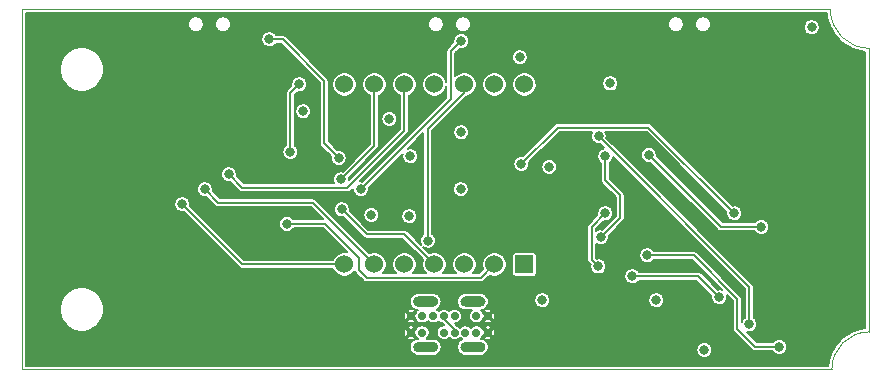
<source format=gbr>
%TF.GenerationSoftware,KiCad,Pcbnew,(5.1.9-0-10_14)*%
%TF.CreationDate,2021-04-26T08:01:11+02:00*%
%TF.ProjectId,wificlock,77696669-636c-46f6-936b-2e6b69636164,rev?*%
%TF.SameCoordinates,Original*%
%TF.FileFunction,Copper,L4,Bot*%
%TF.FilePolarity,Positive*%
%FSLAX46Y46*%
G04 Gerber Fmt 4.6, Leading zero omitted, Abs format (unit mm)*
G04 Created by KiCad (PCBNEW (5.1.9-0-10_14)) date 2021-04-26 08:01:11*
%MOMM*%
%LPD*%
G01*
G04 APERTURE LIST*
%TA.AperFunction,Profile*%
%ADD10C,0.100000*%
%TD*%
%TA.AperFunction,ComponentPad*%
%ADD11C,1.524000*%
%TD*%
%TA.AperFunction,ComponentPad*%
%ADD12R,1.524000X1.524000*%
%TD*%
%TA.AperFunction,ComponentPad*%
%ADD13C,0.700000*%
%TD*%
%TA.AperFunction,ViaPad*%
%ADD14C,0.800000*%
%TD*%
%TA.AperFunction,Conductor*%
%ADD15C,0.200000*%
%TD*%
%TA.AperFunction,Conductor*%
%ADD16C,0.150000*%
%TD*%
%TA.AperFunction,Conductor*%
%ADD17C,0.100000*%
%TD*%
G04 APERTURE END LIST*
D10*
X160655000Y-143510000D02*
G75*
G02*
X163830000Y-140335000I3175000J0D01*
G01*
X163830000Y-116332000D02*
G75*
G02*
X160528000Y-113030000I0J3302000D01*
G01*
X92075000Y-113030000D02*
X160528000Y-113030000D01*
X92075000Y-143510000D02*
X92075000Y-113030000D01*
X160655000Y-143510000D02*
X92075000Y-143510000D01*
X163830000Y-116332000D02*
X163830000Y-140335000D01*
D11*
%TO.P,U5,14*%
%TO.N,COM0*%
X134620000Y-119380000D03*
%TO.P,U5,13*%
%TO.N,K1*%
X132080000Y-119380000D03*
%TO.P,U5,12*%
%TO.N,ROW5*%
X129540000Y-119380000D03*
%TO.P,U5,11*%
%TO.N,COM1*%
X127000000Y-119380000D03*
%TO.P,U5,10*%
%TO.N,COM2*%
X124460000Y-119380000D03*
%TO.P,U5,9*%
%TO.N,K2*%
X121920000Y-119380000D03*
%TO.P,U5,8*%
%TO.N,K1*%
X119380000Y-119380000D03*
%TO.P,U5,7*%
%TO.N,COM4*%
X119380000Y-134620000D03*
%TO.P,U5,6*%
%TO.N,COM3*%
X121920000Y-134620000D03*
%TO.P,U5,5*%
%TO.N,ROW6*%
X124460000Y-134620000D03*
%TO.P,U5,4*%
%TO.N,K3*%
X127000000Y-134620000D03*
%TO.P,U5,3*%
%TO.N,ROW7*%
X129540000Y-134620000D03*
%TO.P,U5,2*%
%TO.N,ROW3*%
X132080000Y-134620000D03*
D12*
%TO.P,U5,1*%
%TO.N,ROW4*%
X134620000Y-134620000D03*
%TD*%
D13*
%TO.P,J1,A1*%
%TO.N,GND*%
X125020000Y-139000000D03*
%TO.P,J1,A4*%
%TO.N,+5V*%
X125970000Y-139000000D03*
%TO.P,J1,A5*%
%TO.N,Net-(J1-PadA5)*%
X126920000Y-139000000D03*
%TO.P,J1,A6*%
%TO.N,D+*%
X127820000Y-139000000D03*
%TO.P,J1,B12*%
%TO.N,GND*%
X125020000Y-140400000D03*
%TO.P,J1,B9*%
%TO.N,+5V*%
X125970000Y-140400000D03*
%TO.P,J1,B6*%
%TO.N,D+*%
X128720000Y-140400000D03*
%TO.P,J1,B5*%
%TO.N,Net-(J1-PadB5)*%
X129620000Y-140400000D03*
%TO.P,J1,B4*%
%TO.N,+5V*%
X130570000Y-140400000D03*
%TO.P,J1,B1*%
%TO.N,GND*%
X131520000Y-140400000D03*
%TO.P,J1,A9*%
%TO.N,+5V*%
X130570000Y-139000000D03*
%TO.P,J1,A12*%
%TO.N,GND*%
X131520000Y-139000000D03*
%TO.P,J1,S1*%
%TO.N,N/C*%
%TA.AperFunction,ComponentPad*%
G36*
G01*
X125195000Y-137770000D02*
X125195000Y-137770000D01*
G75*
G02*
X125645000Y-137320000I450000J0D01*
G01*
X126895000Y-137320000D01*
G75*
G02*
X127345000Y-137770000I0J-450000D01*
G01*
X127345000Y-137770000D01*
G75*
G02*
X126895000Y-138220000I-450000J0D01*
G01*
X125645000Y-138220000D01*
G75*
G02*
X125195000Y-137770000I0J450000D01*
G01*
G37*
%TD.AperFunction*%
%TA.AperFunction,ComponentPad*%
G36*
G01*
X129195000Y-137770000D02*
X129195000Y-137770000D01*
G75*
G02*
X129645000Y-137320000I450000J0D01*
G01*
X130895000Y-137320000D01*
G75*
G02*
X131345000Y-137770000I0J-450000D01*
G01*
X131345000Y-137770000D01*
G75*
G02*
X130895000Y-138220000I-450000J0D01*
G01*
X129645000Y-138220000D01*
G75*
G02*
X129195000Y-137770000I0J450000D01*
G01*
G37*
%TD.AperFunction*%
%TA.AperFunction,ComponentPad*%
G36*
G01*
X129195000Y-141630000D02*
X129195000Y-141630000D01*
G75*
G02*
X129645000Y-141180000I450000J0D01*
G01*
X130895000Y-141180000D01*
G75*
G02*
X131345000Y-141630000I0J-450000D01*
G01*
X131345000Y-141630000D01*
G75*
G02*
X130895000Y-142080000I-450000J0D01*
G01*
X129645000Y-142080000D01*
G75*
G02*
X129195000Y-141630000I0J450000D01*
G01*
G37*
%TD.AperFunction*%
%TA.AperFunction,ComponentPad*%
G36*
G01*
X125195000Y-141630000D02*
X125195000Y-141630000D01*
G75*
G02*
X125645000Y-141180000I450000J0D01*
G01*
X126895000Y-141180000D01*
G75*
G02*
X127345000Y-141630000I0J-450000D01*
G01*
X127345000Y-141630000D01*
G75*
G02*
X126895000Y-142080000I-450000J0D01*
G01*
X125645000Y-142080000D01*
G75*
G02*
X125195000Y-141630000I0J450000D01*
G01*
G37*
%TD.AperFunction*%
%TO.P,J1,B7*%
%TO.N,D-*%
X127820000Y-140400000D03*
%TO.P,J1,A7*%
X128720000Y-139000000D03*
%TD*%
D14*
%TO.N,+3V3*%
X129276600Y-123440900D03*
X129229600Y-128264300D03*
X124973400Y-125476000D03*
X145796000Y-137668000D03*
X141908000Y-119301000D03*
X149860000Y-141859000D03*
X134239000Y-117094000D03*
X158940500Y-114554000D03*
X124891600Y-130556000D03*
X136733500Y-126365000D03*
%TO.N,GND*%
X137160000Y-141732000D03*
X105156000Y-123190000D03*
X138938000Y-120650000D03*
X148590000Y-132588000D03*
X144780000Y-141732000D03*
X145542000Y-120142000D03*
X140970000Y-114046000D03*
X138430000Y-114046000D03*
X135890000Y-114046000D03*
X138684000Y-139700000D03*
X163068000Y-132588000D03*
X163068000Y-131572000D03*
X163068000Y-130556000D03*
X163068000Y-129540000D03*
X163068000Y-128524000D03*
X163068000Y-127508000D03*
X163068000Y-126492000D03*
X163068000Y-125476000D03*
X163068000Y-124460000D03*
X163068000Y-123444000D03*
X163068000Y-122428000D03*
X163068000Y-121412000D03*
X136271000Y-122809000D03*
X130556000Y-127254000D03*
X124333000Y-127127000D03*
X93124999Y-114174999D03*
X93124999Y-118574999D03*
X93124999Y-122974999D03*
X93124999Y-127374999D03*
X93124999Y-131774999D03*
X93124999Y-136174999D03*
X93124999Y-140574999D03*
X95324999Y-120774999D03*
X95324999Y-125174999D03*
X95324999Y-129574999D03*
X95324999Y-133974999D03*
X96424999Y-115274999D03*
X96424999Y-141674999D03*
X97524999Y-131774999D03*
X98624999Y-135074999D03*
X99724999Y-114174999D03*
X99724999Y-118574999D03*
X97790000Y-127635000D03*
X99724999Y-138374999D03*
X100824999Y-127374999D03*
X100824999Y-132874999D03*
X100824999Y-141674999D03*
X101924999Y-116374999D03*
X101924999Y-136174999D03*
X103024999Y-139474999D03*
X105224999Y-118574999D03*
X105224999Y-132874999D03*
X105224999Y-137274999D03*
X105224999Y-141674999D03*
X107424999Y-121874999D03*
X107424999Y-139474999D03*
X108524999Y-117474999D03*
X108524999Y-125174999D03*
X108524999Y-130674999D03*
X108524999Y-136174999D03*
X109624999Y-141674999D03*
X110724999Y-122974999D03*
X110724999Y-132874999D03*
X110724999Y-138374999D03*
X111824999Y-118574999D03*
X114935000Y-114174999D03*
X112924999Y-140574999D03*
X114024999Y-121874999D03*
X114024999Y-137274999D03*
X117094000Y-115570000D03*
X116224999Y-139474999D03*
X118424999Y-117474999D03*
X118424999Y-137274999D03*
X118424999Y-141674999D03*
X119524999Y-114174999D03*
X120624999Y-121874999D03*
X122824999Y-115274999D03*
X122824999Y-137274999D03*
X128324999Y-132874999D03*
X132334000Y-114935000D03*
X132724999Y-122974999D03*
X137124999Y-118574999D03*
X134620000Y-137668000D03*
X143510000Y-114935000D03*
X143129000Y-137541000D03*
X145924999Y-118574999D03*
X146812000Y-136398000D03*
X148590000Y-116078000D03*
X149224999Y-122974999D03*
X150324999Y-126274999D03*
X152654000Y-115951000D03*
X152524999Y-121874999D03*
X152654000Y-127762000D03*
X153624999Y-125174999D03*
X155824999Y-122974999D03*
X156210000Y-129032000D03*
X157226000Y-136525000D03*
X158024999Y-127374999D03*
X159385000Y-140574999D03*
X159124999Y-121874999D03*
X159124999Y-130674999D03*
X160224999Y-125174999D03*
X161324999Y-128474999D03*
X161324999Y-139474999D03*
X121920000Y-141732000D03*
%TO.N,+5V*%
X123190000Y-122301000D03*
X136144000Y-137668000D03*
X115903000Y-121666000D03*
X121666000Y-130429000D03*
%TO.N,~RTS*%
X141097000Y-132333994D03*
X141478000Y-125476000D03*
%TO.N,~DTR*%
X140892500Y-134795000D03*
X141478000Y-130302000D03*
%TO.N,GPIO0*%
X151129994Y-137414000D03*
X143764004Y-135636000D03*
%TO.N,SDA33*%
X154686000Y-131445000D03*
X145161000Y-125349000D03*
%TO.N,SCL33*%
X134366000Y-126111004D03*
X152400000Y-130301986D03*
%TO.N,Net-(R2-Pad2)*%
X140908200Y-123776100D03*
X153670008Y-139700000D03*
%TO.N,Net-(R4-Pad1)*%
X145025100Y-133861500D03*
X156210000Y-141605000D03*
%TO.N,Net-(R10-Pad2)*%
X118903000Y-125607500D03*
X113029990Y-115570000D03*
%TO.N,K1*%
X114808000Y-125095000D03*
X115570000Y-119379994D03*
%TO.N,Net-(R15-Pad2)*%
X120777000Y-128269996D03*
X129285992Y-115697000D03*
%TO.N,K2*%
X119096500Y-127431310D03*
%TO.N,K3*%
X119159800Y-129969500D03*
%TO.N,ROW3*%
X114519900Y-131191500D03*
%TO.N,ROW5*%
X126457700Y-132609600D03*
%TO.N,COM4*%
X105663974Y-129540000D03*
%TO.N,COM3*%
X107568992Y-128270000D03*
%TO.N,COM2*%
X109601000Y-127000000D03*
%TD*%
D15*
%TO.N,D+*%
X127820000Y-139000000D02*
X127820000Y-139250000D01*
X128720000Y-140150000D02*
X128720000Y-140400000D01*
X127820000Y-139250000D02*
X128720000Y-140150000D01*
%TO.N,~RTS*%
X141478000Y-127508000D02*
X141478000Y-125476000D01*
X142748000Y-128778000D02*
X141478000Y-127508000D01*
X142748000Y-130682994D02*
X142748000Y-128778000D01*
X141097000Y-132333994D02*
X142748000Y-130682994D01*
%TO.N,~DTR*%
X140335000Y-134237500D02*
X140335000Y-131445000D01*
X140892500Y-134795000D02*
X140335000Y-134237500D01*
X140335000Y-131445000D02*
X141478000Y-130302000D01*
%TO.N,GPIO0*%
X149351994Y-135636000D02*
X143764004Y-135636000D01*
X151129994Y-137414000D02*
X149351994Y-135636000D01*
%TO.N,SDA33*%
X154686000Y-131445000D02*
X151257000Y-131445000D01*
X151257000Y-131445000D02*
X145161000Y-125349000D01*
%TO.N,SCL33*%
X134366000Y-126111004D02*
X137444204Y-123032800D01*
X137444204Y-123032800D02*
X145130814Y-123032800D01*
X145130814Y-123032800D02*
X152400000Y-130301986D01*
%TO.N,Net-(R2-Pad2)*%
X153670008Y-136537908D02*
X153670008Y-139700000D01*
X140908200Y-123776100D02*
X153670008Y-136537908D01*
%TO.N,Net-(R4-Pad1)*%
X154178000Y-141605000D02*
X156210000Y-141605000D01*
X152654000Y-140081000D02*
X154178000Y-141605000D01*
X152654000Y-137541000D02*
X152654000Y-140081000D01*
X148974500Y-133861500D02*
X152654000Y-137541000D01*
X145025100Y-133861500D02*
X148974500Y-133861500D01*
%TO.N,Net-(R10-Pad2)*%
X114149902Y-115570000D02*
X113029990Y-115570000D01*
X117667001Y-124371501D02*
X117667001Y-119087099D01*
X118903000Y-125607500D02*
X117667001Y-124371501D01*
X117667001Y-119087099D02*
X114149902Y-115570000D01*
%TO.N,K1*%
X114812100Y-120137894D02*
X115570000Y-119379994D01*
X114812100Y-125095000D02*
X114812100Y-120137894D01*
%TO.N,Net-(R15-Pad2)*%
X128396996Y-116585996D02*
X129285992Y-115697000D01*
X120777000Y-128269996D02*
X128396996Y-120650000D01*
X128396996Y-120650000D02*
X128396996Y-116585996D01*
%TO.N,K2*%
X121920000Y-119380000D02*
X121920000Y-124607810D01*
X121920000Y-124607810D02*
X119096500Y-127431310D01*
%TO.N,K3*%
X124460000Y-132080000D02*
X127000000Y-134620000D01*
X121270300Y-132080000D02*
X124460000Y-132080000D01*
X119159800Y-129969500D02*
X121270300Y-132080000D01*
%TO.N,ROW3*%
X117729500Y-131191500D02*
X114519900Y-131191500D01*
X120650000Y-135128000D02*
X120650000Y-134112000D01*
X120650000Y-134112000D02*
X117729500Y-131191500D01*
X132080000Y-134620000D02*
X130937000Y-135763000D01*
X130937000Y-135763000D02*
X121285000Y-135763000D01*
X121285000Y-135763000D02*
X120650000Y-135128000D01*
%TO.N,ROW5*%
X126457700Y-132609600D02*
X126457700Y-123154996D01*
X126457700Y-123154996D02*
X129540000Y-120072696D01*
X129540000Y-120072696D02*
X129540000Y-119380000D01*
%TO.N,COM4*%
X119380000Y-134620000D02*
X110743974Y-134620000D01*
X110743974Y-134620000D02*
X105663974Y-129540000D01*
%TO.N,COM3*%
X108711992Y-129413000D02*
X107568992Y-128270000D01*
X116713000Y-129413000D02*
X108711992Y-129413000D01*
X121920000Y-134620000D02*
X116713000Y-129413000D01*
%TO.N,COM2*%
X110732311Y-128131311D02*
X109601000Y-127000000D01*
X119645689Y-128131311D02*
X110732311Y-128131311D01*
X124460000Y-123317000D02*
X119645689Y-128131311D01*
X124460000Y-119380000D02*
X124460000Y-123317000D01*
%TD*%
D16*
%TO.N,GND*%
X160272223Y-113727931D02*
X160278150Y-113756805D01*
X160283666Y-113785719D01*
X160284977Y-113790064D01*
X160475542Y-114405681D01*
X160486966Y-114432856D01*
X160497992Y-114460147D01*
X160500122Y-114464154D01*
X160806632Y-115031033D01*
X160823109Y-115055460D01*
X160839233Y-115080101D01*
X160842101Y-115083618D01*
X161252881Y-115580166D01*
X161273791Y-115600930D01*
X161294392Y-115621967D01*
X161297889Y-115624860D01*
X161797291Y-116032163D01*
X161821836Y-116048470D01*
X161846131Y-116065105D01*
X161850123Y-116067264D01*
X162419128Y-116369809D01*
X162446310Y-116381012D01*
X162473435Y-116392638D01*
X162477771Y-116393980D01*
X163094703Y-116580243D01*
X163123593Y-116585963D01*
X163152410Y-116592088D01*
X163156924Y-116592563D01*
X163505000Y-116626692D01*
X163505001Y-140040116D01*
X163157606Y-140076629D01*
X163128758Y-140082551D01*
X163099818Y-140088072D01*
X163095474Y-140089383D01*
X162503533Y-140272618D01*
X162476382Y-140284031D01*
X162449066Y-140295068D01*
X162445059Y-140297199D01*
X161899985Y-140591920D01*
X161875565Y-140608392D01*
X161850917Y-140624521D01*
X161847400Y-140627389D01*
X161369951Y-141022369D01*
X161349222Y-141043244D01*
X161328149Y-141063880D01*
X161325256Y-141067377D01*
X160933618Y-141547573D01*
X160917307Y-141572122D01*
X160900676Y-141596412D01*
X160898517Y-141600404D01*
X160607608Y-142147524D01*
X160596399Y-142174719D01*
X160584779Y-142201832D01*
X160583437Y-142206167D01*
X160404338Y-142799371D01*
X160398615Y-142828276D01*
X160392493Y-142857079D01*
X160392018Y-142861592D01*
X160360308Y-143185000D01*
X92400000Y-143185000D01*
X92400000Y-141629999D01*
X124918670Y-141629999D01*
X124918670Y-141630001D01*
X124932626Y-141771701D01*
X124973959Y-141907955D01*
X125041079Y-142033528D01*
X125131407Y-142143594D01*
X125241473Y-142233922D01*
X125367046Y-142301042D01*
X125503300Y-142342375D01*
X125645000Y-142356331D01*
X126895000Y-142356331D01*
X127036700Y-142342375D01*
X127172954Y-142301042D01*
X127298527Y-142233922D01*
X127408593Y-142143594D01*
X127498921Y-142033528D01*
X127566041Y-141907955D01*
X127607374Y-141771701D01*
X127621330Y-141630001D01*
X127621330Y-141629999D01*
X127607374Y-141488299D01*
X127566041Y-141352045D01*
X127498921Y-141226472D01*
X127408593Y-141116406D01*
X127298527Y-141026078D01*
X127172954Y-140958958D01*
X127036700Y-140917625D01*
X126895000Y-140903669D01*
X126341176Y-140903669D01*
X126368414Y-140885469D01*
X126455469Y-140798414D01*
X126523868Y-140696048D01*
X126570981Y-140582306D01*
X126595000Y-140461557D01*
X126595000Y-140338443D01*
X126570981Y-140217694D01*
X126523868Y-140103952D01*
X126455469Y-140001586D01*
X126368414Y-139914531D01*
X126266048Y-139846132D01*
X126152306Y-139799019D01*
X126031557Y-139775000D01*
X125908443Y-139775000D01*
X125787694Y-139799019D01*
X125673952Y-139846132D01*
X125571586Y-139914531D01*
X125484531Y-140001586D01*
X125416132Y-140103952D01*
X125411902Y-140114164D01*
X125126066Y-140400000D01*
X125411902Y-140685836D01*
X125416132Y-140696048D01*
X125484531Y-140798414D01*
X125571586Y-140885469D01*
X125604756Y-140907633D01*
X125503300Y-140917625D01*
X125367046Y-140958958D01*
X125241473Y-141026078D01*
X125131407Y-141116406D01*
X125041079Y-141226472D01*
X124973959Y-141352045D01*
X124932626Y-141488299D01*
X124918670Y-141629999D01*
X92400000Y-141629999D01*
X92400000Y-140844927D01*
X124681139Y-140844927D01*
X124714174Y-140948530D01*
X124827064Y-140997654D01*
X124947367Y-141023811D01*
X125070462Y-141025995D01*
X125191618Y-141004122D01*
X125306179Y-140959033D01*
X125325826Y-140948530D01*
X125358861Y-140844927D01*
X125020000Y-140506066D01*
X124681139Y-140844927D01*
X92400000Y-140844927D01*
X92400000Y-140450462D01*
X124394005Y-140450462D01*
X124415878Y-140571618D01*
X124460967Y-140686179D01*
X124471470Y-140705826D01*
X124575073Y-140738861D01*
X124913934Y-140400000D01*
X124575073Y-140061139D01*
X124471470Y-140094174D01*
X124422346Y-140207064D01*
X124396189Y-140327367D01*
X124394005Y-140450462D01*
X92400000Y-140450462D01*
X92400000Y-138245329D01*
X95280000Y-138245329D01*
X95280000Y-138614671D01*
X95352056Y-138976917D01*
X95493397Y-139318145D01*
X95698593Y-139625243D01*
X95959757Y-139886407D01*
X96266855Y-140091603D01*
X96608083Y-140232944D01*
X96970329Y-140305000D01*
X97339671Y-140305000D01*
X97701917Y-140232944D01*
X98043145Y-140091603D01*
X98247476Y-139955073D01*
X124681139Y-139955073D01*
X125020000Y-140293934D01*
X125358861Y-139955073D01*
X125325826Y-139851470D01*
X125212936Y-139802346D01*
X125092633Y-139776189D01*
X124969538Y-139774005D01*
X124848382Y-139795878D01*
X124733821Y-139840967D01*
X124714174Y-139851470D01*
X124681139Y-139955073D01*
X98247476Y-139955073D01*
X98350243Y-139886407D01*
X98611407Y-139625243D01*
X98731890Y-139444927D01*
X124681139Y-139444927D01*
X124714174Y-139548530D01*
X124827064Y-139597654D01*
X124947367Y-139623811D01*
X125070462Y-139625995D01*
X125191618Y-139604122D01*
X125306179Y-139559033D01*
X125325826Y-139548530D01*
X125358861Y-139444927D01*
X125020000Y-139106066D01*
X124681139Y-139444927D01*
X98731890Y-139444927D01*
X98816603Y-139318145D01*
X98927480Y-139050462D01*
X124394005Y-139050462D01*
X124415878Y-139171618D01*
X124460967Y-139286179D01*
X124471470Y-139305826D01*
X124575073Y-139338861D01*
X124913934Y-139000000D01*
X124575073Y-138661139D01*
X124471470Y-138694174D01*
X124422346Y-138807064D01*
X124396189Y-138927367D01*
X124394005Y-139050462D01*
X98927480Y-139050462D01*
X98957944Y-138976917D01*
X99030000Y-138614671D01*
X99030000Y-138555073D01*
X124681139Y-138555073D01*
X125020000Y-138893934D01*
X125358861Y-138555073D01*
X125325826Y-138451470D01*
X125212936Y-138402346D01*
X125092633Y-138376189D01*
X124969538Y-138374005D01*
X124848382Y-138395878D01*
X124733821Y-138440967D01*
X124714174Y-138451470D01*
X124681139Y-138555073D01*
X99030000Y-138555073D01*
X99030000Y-138245329D01*
X98957944Y-137883083D01*
X98911104Y-137769999D01*
X124918670Y-137769999D01*
X124918670Y-137770001D01*
X124932626Y-137911701D01*
X124973959Y-138047955D01*
X125041079Y-138173528D01*
X125131407Y-138283594D01*
X125241473Y-138373922D01*
X125367046Y-138441042D01*
X125503300Y-138482375D01*
X125604756Y-138492367D01*
X125571586Y-138514531D01*
X125484531Y-138601586D01*
X125416132Y-138703952D01*
X125411902Y-138714164D01*
X125126066Y-139000000D01*
X125411902Y-139285836D01*
X125416132Y-139296048D01*
X125484531Y-139398414D01*
X125571586Y-139485469D01*
X125673952Y-139553868D01*
X125787694Y-139600981D01*
X125908443Y-139625000D01*
X126031557Y-139625000D01*
X126152306Y-139600981D01*
X126266048Y-139553868D01*
X126368414Y-139485469D01*
X126445000Y-139408883D01*
X126521586Y-139485469D01*
X126623952Y-139553868D01*
X126737694Y-139600981D01*
X126858443Y-139625000D01*
X126981557Y-139625000D01*
X127102306Y-139600981D01*
X127216048Y-139553868D01*
X127318414Y-139485469D01*
X127370000Y-139433883D01*
X127421586Y-139485469D01*
X127523952Y-139553868D01*
X127637694Y-139600981D01*
X127641386Y-139601715D01*
X127814671Y-139775000D01*
X127758443Y-139775000D01*
X127637694Y-139799019D01*
X127523952Y-139846132D01*
X127421586Y-139914531D01*
X127334531Y-140001586D01*
X127266132Y-140103952D01*
X127219019Y-140217694D01*
X127195000Y-140338443D01*
X127195000Y-140461557D01*
X127219019Y-140582306D01*
X127266132Y-140696048D01*
X127334531Y-140798414D01*
X127421586Y-140885469D01*
X127523952Y-140953868D01*
X127637694Y-141000981D01*
X127758443Y-141025000D01*
X127881557Y-141025000D01*
X128002306Y-141000981D01*
X128116048Y-140953868D01*
X128218414Y-140885469D01*
X128270000Y-140833883D01*
X128321586Y-140885469D01*
X128423952Y-140953868D01*
X128537694Y-141000981D01*
X128658443Y-141025000D01*
X128781557Y-141025000D01*
X128902306Y-141000981D01*
X129016048Y-140953868D01*
X129118414Y-140885469D01*
X129170000Y-140833883D01*
X129221586Y-140885469D01*
X129323952Y-140953868D01*
X129353596Y-140966147D01*
X129241473Y-141026078D01*
X129131407Y-141116406D01*
X129041079Y-141226472D01*
X128973959Y-141352045D01*
X128932626Y-141488299D01*
X128918670Y-141629999D01*
X128918670Y-141630001D01*
X128932626Y-141771701D01*
X128973959Y-141907955D01*
X129041079Y-142033528D01*
X129131407Y-142143594D01*
X129241473Y-142233922D01*
X129367046Y-142301042D01*
X129503300Y-142342375D01*
X129645000Y-142356331D01*
X130895000Y-142356331D01*
X131036700Y-142342375D01*
X131172954Y-142301042D01*
X131298527Y-142233922D01*
X131408593Y-142143594D01*
X131498921Y-142033528D01*
X131566041Y-141907955D01*
X131601059Y-141792518D01*
X149185000Y-141792518D01*
X149185000Y-141925482D01*
X149210940Y-142055890D01*
X149261823Y-142178732D01*
X149335693Y-142289287D01*
X149429713Y-142383307D01*
X149540268Y-142457177D01*
X149663110Y-142508060D01*
X149793518Y-142534000D01*
X149926482Y-142534000D01*
X150056890Y-142508060D01*
X150179732Y-142457177D01*
X150290287Y-142383307D01*
X150384307Y-142289287D01*
X150458177Y-142178732D01*
X150509060Y-142055890D01*
X150535000Y-141925482D01*
X150535000Y-141792518D01*
X150509060Y-141662110D01*
X150458177Y-141539268D01*
X150384307Y-141428713D01*
X150290287Y-141334693D01*
X150179732Y-141260823D01*
X150056890Y-141209940D01*
X149926482Y-141184000D01*
X149793518Y-141184000D01*
X149663110Y-141209940D01*
X149540268Y-141260823D01*
X149429713Y-141334693D01*
X149335693Y-141428713D01*
X149261823Y-141539268D01*
X149210940Y-141662110D01*
X149185000Y-141792518D01*
X131601059Y-141792518D01*
X131607374Y-141771701D01*
X131621330Y-141630001D01*
X131621330Y-141629999D01*
X131607374Y-141488299D01*
X131566041Y-141352045D01*
X131498921Y-141226472D01*
X131408593Y-141116406D01*
X131298527Y-141026078D01*
X131172954Y-140958958D01*
X131036700Y-140917625D01*
X130935244Y-140907633D01*
X130968414Y-140885469D01*
X131008956Y-140844927D01*
X131181139Y-140844927D01*
X131214174Y-140948530D01*
X131327064Y-140997654D01*
X131447367Y-141023811D01*
X131570462Y-141025995D01*
X131691618Y-141004122D01*
X131806179Y-140959033D01*
X131825826Y-140948530D01*
X131858861Y-140844927D01*
X131520000Y-140506066D01*
X131181139Y-140844927D01*
X131008956Y-140844927D01*
X131055469Y-140798414D01*
X131123868Y-140696048D01*
X131128098Y-140685836D01*
X131413934Y-140400000D01*
X131626066Y-140400000D01*
X131964927Y-140738861D01*
X132068530Y-140705826D01*
X132117654Y-140592936D01*
X132143811Y-140472633D01*
X132145995Y-140349538D01*
X132124122Y-140228382D01*
X132079033Y-140113821D01*
X132068530Y-140094174D01*
X131964927Y-140061139D01*
X131626066Y-140400000D01*
X131413934Y-140400000D01*
X131128098Y-140114164D01*
X131123868Y-140103952D01*
X131055469Y-140001586D01*
X131008956Y-139955073D01*
X131181139Y-139955073D01*
X131520000Y-140293934D01*
X131858861Y-139955073D01*
X131825826Y-139851470D01*
X131712936Y-139802346D01*
X131592633Y-139776189D01*
X131469538Y-139774005D01*
X131348382Y-139795878D01*
X131233821Y-139840967D01*
X131214174Y-139851470D01*
X131181139Y-139955073D01*
X131008956Y-139955073D01*
X130968414Y-139914531D01*
X130866048Y-139846132D01*
X130752306Y-139799019D01*
X130631557Y-139775000D01*
X130508443Y-139775000D01*
X130387694Y-139799019D01*
X130273952Y-139846132D01*
X130171586Y-139914531D01*
X130095000Y-139991117D01*
X130018414Y-139914531D01*
X129916048Y-139846132D01*
X129802306Y-139799019D01*
X129681557Y-139775000D01*
X129558443Y-139775000D01*
X129437694Y-139799019D01*
X129323952Y-139846132D01*
X129221586Y-139914531D01*
X129170000Y-139966117D01*
X129118414Y-139914531D01*
X129016048Y-139846132D01*
X128902306Y-139799019D01*
X128898615Y-139798285D01*
X128725330Y-139625000D01*
X128781557Y-139625000D01*
X128902306Y-139600981D01*
X129016048Y-139553868D01*
X129118414Y-139485469D01*
X129205469Y-139398414D01*
X129273868Y-139296048D01*
X129320981Y-139182306D01*
X129345000Y-139061557D01*
X129345000Y-138938443D01*
X129320981Y-138817694D01*
X129273868Y-138703952D01*
X129205469Y-138601586D01*
X129118414Y-138514531D01*
X129016048Y-138446132D01*
X128902306Y-138399019D01*
X128781557Y-138375000D01*
X128658443Y-138375000D01*
X128537694Y-138399019D01*
X128423952Y-138446132D01*
X128321586Y-138514531D01*
X128270000Y-138566117D01*
X128218414Y-138514531D01*
X128116048Y-138446132D01*
X128002306Y-138399019D01*
X127881557Y-138375000D01*
X127758443Y-138375000D01*
X127637694Y-138399019D01*
X127523952Y-138446132D01*
X127421586Y-138514531D01*
X127370000Y-138566117D01*
X127318414Y-138514531D01*
X127216048Y-138446132D01*
X127186404Y-138433853D01*
X127298527Y-138373922D01*
X127408593Y-138283594D01*
X127498921Y-138173528D01*
X127566041Y-138047955D01*
X127607374Y-137911701D01*
X127621330Y-137770001D01*
X127621330Y-137769999D01*
X128918670Y-137769999D01*
X128918670Y-137770001D01*
X128932626Y-137911701D01*
X128973959Y-138047955D01*
X129041079Y-138173528D01*
X129131407Y-138283594D01*
X129241473Y-138373922D01*
X129367046Y-138441042D01*
X129503300Y-138482375D01*
X129645000Y-138496331D01*
X130198824Y-138496331D01*
X130171586Y-138514531D01*
X130084531Y-138601586D01*
X130016132Y-138703952D01*
X129969019Y-138817694D01*
X129945000Y-138938443D01*
X129945000Y-139061557D01*
X129969019Y-139182306D01*
X130016132Y-139296048D01*
X130084531Y-139398414D01*
X130171586Y-139485469D01*
X130273952Y-139553868D01*
X130387694Y-139600981D01*
X130508443Y-139625000D01*
X130631557Y-139625000D01*
X130752306Y-139600981D01*
X130866048Y-139553868D01*
X130968414Y-139485469D01*
X131008956Y-139444927D01*
X131181139Y-139444927D01*
X131214174Y-139548530D01*
X131327064Y-139597654D01*
X131447367Y-139623811D01*
X131570462Y-139625995D01*
X131691618Y-139604122D01*
X131806179Y-139559033D01*
X131825826Y-139548530D01*
X131858861Y-139444927D01*
X131520000Y-139106066D01*
X131181139Y-139444927D01*
X131008956Y-139444927D01*
X131055469Y-139398414D01*
X131123868Y-139296048D01*
X131128098Y-139285836D01*
X131413934Y-139000000D01*
X131626066Y-139000000D01*
X131964927Y-139338861D01*
X132068530Y-139305826D01*
X132117654Y-139192936D01*
X132143811Y-139072633D01*
X132145995Y-138949538D01*
X132124122Y-138828382D01*
X132079033Y-138713821D01*
X132068530Y-138694174D01*
X131964927Y-138661139D01*
X131626066Y-139000000D01*
X131413934Y-139000000D01*
X131128098Y-138714164D01*
X131123868Y-138703952D01*
X131055469Y-138601586D01*
X131008956Y-138555073D01*
X131181139Y-138555073D01*
X131520000Y-138893934D01*
X131858861Y-138555073D01*
X131825826Y-138451470D01*
X131712936Y-138402346D01*
X131592633Y-138376189D01*
X131469538Y-138374005D01*
X131348382Y-138395878D01*
X131233821Y-138440967D01*
X131214174Y-138451470D01*
X131181139Y-138555073D01*
X131008956Y-138555073D01*
X130968414Y-138514531D01*
X130935244Y-138492367D01*
X131036700Y-138482375D01*
X131172954Y-138441042D01*
X131298527Y-138373922D01*
X131408593Y-138283594D01*
X131498921Y-138173528D01*
X131566041Y-138047955D01*
X131607374Y-137911701D01*
X131621330Y-137770001D01*
X131621330Y-137769999D01*
X131607374Y-137628299D01*
X131599250Y-137601518D01*
X135469000Y-137601518D01*
X135469000Y-137734482D01*
X135494940Y-137864890D01*
X135545823Y-137987732D01*
X135619693Y-138098287D01*
X135713713Y-138192307D01*
X135824268Y-138266177D01*
X135947110Y-138317060D01*
X136077518Y-138343000D01*
X136210482Y-138343000D01*
X136340890Y-138317060D01*
X136463732Y-138266177D01*
X136574287Y-138192307D01*
X136668307Y-138098287D01*
X136742177Y-137987732D01*
X136793060Y-137864890D01*
X136819000Y-137734482D01*
X136819000Y-137601518D01*
X145121000Y-137601518D01*
X145121000Y-137734482D01*
X145146940Y-137864890D01*
X145197823Y-137987732D01*
X145271693Y-138098287D01*
X145365713Y-138192307D01*
X145476268Y-138266177D01*
X145599110Y-138317060D01*
X145729518Y-138343000D01*
X145862482Y-138343000D01*
X145992890Y-138317060D01*
X146115732Y-138266177D01*
X146226287Y-138192307D01*
X146320307Y-138098287D01*
X146394177Y-137987732D01*
X146445060Y-137864890D01*
X146471000Y-137734482D01*
X146471000Y-137601518D01*
X146445060Y-137471110D01*
X146394177Y-137348268D01*
X146320307Y-137237713D01*
X146226287Y-137143693D01*
X146115732Y-137069823D01*
X145992890Y-137018940D01*
X145862482Y-136993000D01*
X145729518Y-136993000D01*
X145599110Y-137018940D01*
X145476268Y-137069823D01*
X145365713Y-137143693D01*
X145271693Y-137237713D01*
X145197823Y-137348268D01*
X145146940Y-137471110D01*
X145121000Y-137601518D01*
X136819000Y-137601518D01*
X136793060Y-137471110D01*
X136742177Y-137348268D01*
X136668307Y-137237713D01*
X136574287Y-137143693D01*
X136463732Y-137069823D01*
X136340890Y-137018940D01*
X136210482Y-136993000D01*
X136077518Y-136993000D01*
X135947110Y-137018940D01*
X135824268Y-137069823D01*
X135713713Y-137143693D01*
X135619693Y-137237713D01*
X135545823Y-137348268D01*
X135494940Y-137471110D01*
X135469000Y-137601518D01*
X131599250Y-137601518D01*
X131566041Y-137492045D01*
X131498921Y-137366472D01*
X131408593Y-137256406D01*
X131298527Y-137166078D01*
X131172954Y-137098958D01*
X131036700Y-137057625D01*
X130895000Y-137043669D01*
X129645000Y-137043669D01*
X129503300Y-137057625D01*
X129367046Y-137098958D01*
X129241473Y-137166078D01*
X129131407Y-137256406D01*
X129041079Y-137366472D01*
X128973959Y-137492045D01*
X128932626Y-137628299D01*
X128918670Y-137769999D01*
X127621330Y-137769999D01*
X127607374Y-137628299D01*
X127566041Y-137492045D01*
X127498921Y-137366472D01*
X127408593Y-137256406D01*
X127298527Y-137166078D01*
X127172954Y-137098958D01*
X127036700Y-137057625D01*
X126895000Y-137043669D01*
X125645000Y-137043669D01*
X125503300Y-137057625D01*
X125367046Y-137098958D01*
X125241473Y-137166078D01*
X125131407Y-137256406D01*
X125041079Y-137366472D01*
X124973959Y-137492045D01*
X124932626Y-137628299D01*
X124918670Y-137769999D01*
X98911104Y-137769999D01*
X98816603Y-137541855D01*
X98611407Y-137234757D01*
X98350243Y-136973593D01*
X98043145Y-136768397D01*
X97701917Y-136627056D01*
X97339671Y-136555000D01*
X96970329Y-136555000D01*
X96608083Y-136627056D01*
X96266855Y-136768397D01*
X95959757Y-136973593D01*
X95698593Y-137234757D01*
X95493397Y-137541855D01*
X95352056Y-137883083D01*
X95280000Y-138245329D01*
X92400000Y-138245329D01*
X92400000Y-129473518D01*
X104988974Y-129473518D01*
X104988974Y-129606482D01*
X105014914Y-129736890D01*
X105065797Y-129859732D01*
X105139667Y-129970287D01*
X105233687Y-130064307D01*
X105344242Y-130138177D01*
X105467084Y-130189060D01*
X105597492Y-130215000D01*
X105730456Y-130215000D01*
X105795672Y-130202028D01*
X110465783Y-134872139D01*
X110477526Y-134886448D01*
X110534627Y-134933309D01*
X110599774Y-134968131D01*
X110670461Y-134989574D01*
X110725555Y-134995000D01*
X110725558Y-134995000D01*
X110743974Y-134996814D01*
X110762390Y-134995000D01*
X118412889Y-134995000D01*
X118461022Y-135111204D01*
X118574509Y-135281049D01*
X118718951Y-135425491D01*
X118888796Y-135538978D01*
X119077518Y-135617149D01*
X119277864Y-135657000D01*
X119482136Y-135657000D01*
X119682482Y-135617149D01*
X119871204Y-135538978D01*
X120041049Y-135425491D01*
X120185491Y-135281049D01*
X120275058Y-135147003D01*
X120280426Y-135201512D01*
X120301869Y-135272199D01*
X120336691Y-135337346D01*
X120383552Y-135394448D01*
X120397866Y-135406195D01*
X121006809Y-136015139D01*
X121018552Y-136029448D01*
X121032859Y-136041189D01*
X121075653Y-136076310D01*
X121120107Y-136100070D01*
X121140800Y-136111131D01*
X121211487Y-136132574D01*
X121266581Y-136138000D01*
X121266584Y-136138000D01*
X121285000Y-136139814D01*
X121303416Y-136138000D01*
X130918584Y-136138000D01*
X130937000Y-136139814D01*
X130955416Y-136138000D01*
X130955419Y-136138000D01*
X131010513Y-136132574D01*
X131081200Y-136111131D01*
X131146347Y-136076309D01*
X131203448Y-136029448D01*
X131215195Y-136015134D01*
X131661314Y-135569016D01*
X131777518Y-135617149D01*
X131977864Y-135657000D01*
X132182136Y-135657000D01*
X132382482Y-135617149D01*
X132571204Y-135538978D01*
X132741049Y-135425491D01*
X132885491Y-135281049D01*
X132998978Y-135111204D01*
X133077149Y-134922482D01*
X133117000Y-134722136D01*
X133117000Y-134517864D01*
X133077149Y-134317518D01*
X132998978Y-134128796D01*
X132885491Y-133958951D01*
X132784540Y-133858000D01*
X133581670Y-133858000D01*
X133581670Y-135382000D01*
X133586980Y-135435909D01*
X133602704Y-135487747D01*
X133628240Y-135535521D01*
X133662605Y-135577395D01*
X133704479Y-135611760D01*
X133752253Y-135637296D01*
X133804091Y-135653020D01*
X133858000Y-135658330D01*
X135382000Y-135658330D01*
X135435909Y-135653020D01*
X135487747Y-135637296D01*
X135535521Y-135611760D01*
X135577395Y-135577395D01*
X135611760Y-135535521D01*
X135637296Y-135487747D01*
X135653020Y-135435909D01*
X135658330Y-135382000D01*
X135658330Y-133858000D01*
X135653020Y-133804091D01*
X135637296Y-133752253D01*
X135611760Y-133704479D01*
X135577395Y-133662605D01*
X135535521Y-133628240D01*
X135487747Y-133602704D01*
X135435909Y-133586980D01*
X135382000Y-133581670D01*
X133858000Y-133581670D01*
X133804091Y-133586980D01*
X133752253Y-133602704D01*
X133704479Y-133628240D01*
X133662605Y-133662605D01*
X133628240Y-133704479D01*
X133602704Y-133752253D01*
X133586980Y-133804091D01*
X133581670Y-133858000D01*
X132784540Y-133858000D01*
X132741049Y-133814509D01*
X132571204Y-133701022D01*
X132382482Y-133622851D01*
X132182136Y-133583000D01*
X131977864Y-133583000D01*
X131777518Y-133622851D01*
X131588796Y-133701022D01*
X131418951Y-133814509D01*
X131274509Y-133958951D01*
X131161022Y-134128796D01*
X131082851Y-134317518D01*
X131043000Y-134517864D01*
X131043000Y-134722136D01*
X131082851Y-134922482D01*
X131130984Y-135038686D01*
X130781671Y-135388000D01*
X130238540Y-135388000D01*
X130345491Y-135281049D01*
X130458978Y-135111204D01*
X130537149Y-134922482D01*
X130577000Y-134722136D01*
X130577000Y-134517864D01*
X130537149Y-134317518D01*
X130458978Y-134128796D01*
X130345491Y-133958951D01*
X130201049Y-133814509D01*
X130031204Y-133701022D01*
X129842482Y-133622851D01*
X129642136Y-133583000D01*
X129437864Y-133583000D01*
X129237518Y-133622851D01*
X129048796Y-133701022D01*
X128878951Y-133814509D01*
X128734509Y-133958951D01*
X128621022Y-134128796D01*
X128542851Y-134317518D01*
X128503000Y-134517864D01*
X128503000Y-134722136D01*
X128542851Y-134922482D01*
X128621022Y-135111204D01*
X128734509Y-135281049D01*
X128841460Y-135388000D01*
X127698540Y-135388000D01*
X127805491Y-135281049D01*
X127918978Y-135111204D01*
X127997149Y-134922482D01*
X128037000Y-134722136D01*
X128037000Y-134517864D01*
X127997149Y-134317518D01*
X127918978Y-134128796D01*
X127805491Y-133958951D01*
X127661049Y-133814509D01*
X127491204Y-133701022D01*
X127302482Y-133622851D01*
X127102136Y-133583000D01*
X126897864Y-133583000D01*
X126697518Y-133622851D01*
X126581314Y-133670984D01*
X126078113Y-133167783D01*
X126137968Y-133207777D01*
X126260810Y-133258660D01*
X126391218Y-133284600D01*
X126524182Y-133284600D01*
X126654590Y-133258660D01*
X126777432Y-133207777D01*
X126887987Y-133133907D01*
X126982007Y-133039887D01*
X127055877Y-132929332D01*
X127106760Y-132806490D01*
X127132700Y-132676082D01*
X127132700Y-132543118D01*
X127106760Y-132412710D01*
X127055877Y-132289868D01*
X126982007Y-132179313D01*
X126887987Y-132085293D01*
X126832700Y-132048352D01*
X126832700Y-128197818D01*
X128554600Y-128197818D01*
X128554600Y-128330782D01*
X128580540Y-128461190D01*
X128631423Y-128584032D01*
X128705293Y-128694587D01*
X128799313Y-128788607D01*
X128909868Y-128862477D01*
X129032710Y-128913360D01*
X129163118Y-128939300D01*
X129296082Y-128939300D01*
X129426490Y-128913360D01*
X129549332Y-128862477D01*
X129659887Y-128788607D01*
X129753907Y-128694587D01*
X129827777Y-128584032D01*
X129878660Y-128461190D01*
X129904600Y-128330782D01*
X129904600Y-128197818D01*
X129878660Y-128067410D01*
X129827777Y-127944568D01*
X129753907Y-127834013D01*
X129659887Y-127739993D01*
X129549332Y-127666123D01*
X129426490Y-127615240D01*
X129296082Y-127589300D01*
X129163118Y-127589300D01*
X129032710Y-127615240D01*
X128909868Y-127666123D01*
X128799313Y-127739993D01*
X128705293Y-127834013D01*
X128631423Y-127944568D01*
X128580540Y-128067410D01*
X128554600Y-128197818D01*
X126832700Y-128197818D01*
X126832700Y-126044522D01*
X133691000Y-126044522D01*
X133691000Y-126177486D01*
X133716940Y-126307894D01*
X133767823Y-126430736D01*
X133841693Y-126541291D01*
X133935713Y-126635311D01*
X134046268Y-126709181D01*
X134169110Y-126760064D01*
X134299518Y-126786004D01*
X134432482Y-126786004D01*
X134562890Y-126760064D01*
X134685732Y-126709181D01*
X134796287Y-126635311D01*
X134890307Y-126541291D01*
X134964177Y-126430736D01*
X135015060Y-126307894D01*
X135016925Y-126298518D01*
X136058500Y-126298518D01*
X136058500Y-126431482D01*
X136084440Y-126561890D01*
X136135323Y-126684732D01*
X136209193Y-126795287D01*
X136303213Y-126889307D01*
X136413768Y-126963177D01*
X136536610Y-127014060D01*
X136667018Y-127040000D01*
X136799982Y-127040000D01*
X136930390Y-127014060D01*
X137053232Y-126963177D01*
X137163787Y-126889307D01*
X137257807Y-126795287D01*
X137331677Y-126684732D01*
X137382560Y-126561890D01*
X137408500Y-126431482D01*
X137408500Y-126298518D01*
X137382560Y-126168110D01*
X137331677Y-126045268D01*
X137257807Y-125934713D01*
X137163787Y-125840693D01*
X137053232Y-125766823D01*
X136930390Y-125715940D01*
X136799982Y-125690000D01*
X136667018Y-125690000D01*
X136536610Y-125715940D01*
X136413768Y-125766823D01*
X136303213Y-125840693D01*
X136209193Y-125934713D01*
X136135323Y-126045268D01*
X136084440Y-126168110D01*
X136058500Y-126298518D01*
X135016925Y-126298518D01*
X135041000Y-126177486D01*
X135041000Y-126044522D01*
X135028028Y-125979306D01*
X137599534Y-123407800D01*
X140342475Y-123407800D01*
X140310023Y-123456368D01*
X140259140Y-123579210D01*
X140233200Y-123709618D01*
X140233200Y-123842582D01*
X140259140Y-123972990D01*
X140310023Y-124095832D01*
X140383893Y-124206387D01*
X140477913Y-124300407D01*
X140588468Y-124374277D01*
X140711310Y-124425160D01*
X140841718Y-124451100D01*
X140974682Y-124451100D01*
X141039898Y-124438128D01*
X141404222Y-124802451D01*
X141281110Y-124826940D01*
X141158268Y-124877823D01*
X141047713Y-124951693D01*
X140953693Y-125045713D01*
X140879823Y-125156268D01*
X140828940Y-125279110D01*
X140803000Y-125409518D01*
X140803000Y-125542482D01*
X140828940Y-125672890D01*
X140879823Y-125795732D01*
X140953693Y-125906287D01*
X141047713Y-126000307D01*
X141103001Y-126037249D01*
X141103000Y-127489584D01*
X141101186Y-127508000D01*
X141103000Y-127526416D01*
X141103000Y-127526418D01*
X141108426Y-127581512D01*
X141129869Y-127652199D01*
X141164691Y-127717346D01*
X141211552Y-127774448D01*
X141225866Y-127786195D01*
X142373001Y-128933332D01*
X142373000Y-130527664D01*
X141228698Y-131671966D01*
X141163482Y-131658994D01*
X141030518Y-131658994D01*
X140900110Y-131684934D01*
X140777268Y-131735817D01*
X140710000Y-131780764D01*
X140710000Y-131600329D01*
X141346302Y-130964028D01*
X141411518Y-130977000D01*
X141544482Y-130977000D01*
X141674890Y-130951060D01*
X141797732Y-130900177D01*
X141908287Y-130826307D01*
X142002307Y-130732287D01*
X142076177Y-130621732D01*
X142127060Y-130498890D01*
X142153000Y-130368482D01*
X142153000Y-130235518D01*
X142127060Y-130105110D01*
X142076177Y-129982268D01*
X142002307Y-129871713D01*
X141908287Y-129777693D01*
X141797732Y-129703823D01*
X141674890Y-129652940D01*
X141544482Y-129627000D01*
X141411518Y-129627000D01*
X141281110Y-129652940D01*
X141158268Y-129703823D01*
X141047713Y-129777693D01*
X140953693Y-129871713D01*
X140879823Y-129982268D01*
X140828940Y-130105110D01*
X140803000Y-130235518D01*
X140803000Y-130368482D01*
X140815972Y-130433698D01*
X140082862Y-131166809D01*
X140068553Y-131178552D01*
X140056812Y-131192859D01*
X140056811Y-131192860D01*
X140021691Y-131235654D01*
X139986870Y-131300800D01*
X139965427Y-131371488D01*
X139958186Y-131445000D01*
X139960001Y-131463426D01*
X139960000Y-134219084D01*
X139958186Y-134237500D01*
X139960000Y-134255916D01*
X139960000Y-134255918D01*
X139965426Y-134311012D01*
X139986869Y-134381699D01*
X140021691Y-134446846D01*
X140068552Y-134503948D01*
X140082866Y-134515695D01*
X140230472Y-134663302D01*
X140217500Y-134728518D01*
X140217500Y-134861482D01*
X140243440Y-134991890D01*
X140294323Y-135114732D01*
X140368193Y-135225287D01*
X140462213Y-135319307D01*
X140572768Y-135393177D01*
X140695610Y-135444060D01*
X140826018Y-135470000D01*
X140958982Y-135470000D01*
X141089390Y-135444060D01*
X141212232Y-135393177D01*
X141322787Y-135319307D01*
X141416807Y-135225287D01*
X141490677Y-135114732D01*
X141541560Y-134991890D01*
X141567500Y-134861482D01*
X141567500Y-134728518D01*
X141541560Y-134598110D01*
X141490677Y-134475268D01*
X141416807Y-134364713D01*
X141322787Y-134270693D01*
X141212232Y-134196823D01*
X141089390Y-134145940D01*
X140958982Y-134120000D01*
X140826018Y-134120000D01*
X140760802Y-134132972D01*
X140710000Y-134082171D01*
X140710000Y-132887224D01*
X140777268Y-132932171D01*
X140900110Y-132983054D01*
X141030518Y-133008994D01*
X141163482Y-133008994D01*
X141293890Y-132983054D01*
X141416732Y-132932171D01*
X141527287Y-132858301D01*
X141621307Y-132764281D01*
X141695177Y-132653726D01*
X141746060Y-132530884D01*
X141772000Y-132400476D01*
X141772000Y-132267512D01*
X141759028Y-132202296D01*
X143000140Y-130961184D01*
X143014448Y-130949442D01*
X143034464Y-130925052D01*
X143061310Y-130892341D01*
X143096130Y-130827195D01*
X143096131Y-130827194D01*
X143117574Y-130756507D01*
X143123000Y-130701413D01*
X143123000Y-130701410D01*
X143124814Y-130682994D01*
X143123000Y-130664578D01*
X143123000Y-128796415D01*
X143124814Y-128777999D01*
X143123000Y-128759581D01*
X143117574Y-128704487D01*
X143096131Y-128633800D01*
X143061309Y-128568653D01*
X143044512Y-128548185D01*
X143026189Y-128525858D01*
X143026186Y-128525855D01*
X143014448Y-128511552D01*
X143000145Y-128499814D01*
X141853000Y-127352671D01*
X141853000Y-126037248D01*
X141908287Y-126000307D01*
X142002307Y-125906287D01*
X142076177Y-125795732D01*
X142127060Y-125672890D01*
X142151549Y-125549778D01*
X153295008Y-136693238D01*
X153295009Y-139138751D01*
X153239721Y-139175693D01*
X153145701Y-139269713D01*
X153071831Y-139380268D01*
X153029000Y-139483671D01*
X153029000Y-137559416D01*
X153030814Y-137541000D01*
X153029000Y-137522581D01*
X153023574Y-137467487D01*
X153002131Y-137396800D01*
X152967309Y-137331653D01*
X152920448Y-137274552D01*
X152906140Y-137262810D01*
X149252695Y-133609366D01*
X149240948Y-133595052D01*
X149183847Y-133548191D01*
X149118700Y-133513369D01*
X149048013Y-133491926D01*
X148992919Y-133486500D01*
X148992916Y-133486500D01*
X148974500Y-133484686D01*
X148956084Y-133486500D01*
X145586348Y-133486500D01*
X145549407Y-133431213D01*
X145455387Y-133337193D01*
X145344832Y-133263323D01*
X145221990Y-133212440D01*
X145091582Y-133186500D01*
X144958618Y-133186500D01*
X144828210Y-133212440D01*
X144705368Y-133263323D01*
X144594813Y-133337193D01*
X144500793Y-133431213D01*
X144426923Y-133541768D01*
X144376040Y-133664610D01*
X144350100Y-133795018D01*
X144350100Y-133927982D01*
X144376040Y-134058390D01*
X144426923Y-134181232D01*
X144500793Y-134291787D01*
X144594813Y-134385807D01*
X144705368Y-134459677D01*
X144828210Y-134510560D01*
X144958618Y-134536500D01*
X145091582Y-134536500D01*
X145221990Y-134510560D01*
X145344832Y-134459677D01*
X145455387Y-134385807D01*
X145549407Y-134291787D01*
X145586348Y-134236500D01*
X148819171Y-134236500D01*
X151362266Y-136779596D01*
X151326884Y-136764940D01*
X151196476Y-136739000D01*
X151063512Y-136739000D01*
X150998296Y-136751972D01*
X149630189Y-135383866D01*
X149618442Y-135369552D01*
X149561341Y-135322691D01*
X149496194Y-135287869D01*
X149425507Y-135266426D01*
X149370413Y-135261000D01*
X149370410Y-135261000D01*
X149351994Y-135259186D01*
X149333578Y-135261000D01*
X144325252Y-135261000D01*
X144288311Y-135205713D01*
X144194291Y-135111693D01*
X144083736Y-135037823D01*
X143960894Y-134986940D01*
X143830486Y-134961000D01*
X143697522Y-134961000D01*
X143567114Y-134986940D01*
X143444272Y-135037823D01*
X143333717Y-135111693D01*
X143239697Y-135205713D01*
X143165827Y-135316268D01*
X143114944Y-135439110D01*
X143089004Y-135569518D01*
X143089004Y-135702482D01*
X143114944Y-135832890D01*
X143165827Y-135955732D01*
X143239697Y-136066287D01*
X143333717Y-136160307D01*
X143444272Y-136234177D01*
X143567114Y-136285060D01*
X143697522Y-136311000D01*
X143830486Y-136311000D01*
X143960894Y-136285060D01*
X144083736Y-136234177D01*
X144194291Y-136160307D01*
X144288311Y-136066287D01*
X144325252Y-136011000D01*
X149196665Y-136011000D01*
X150467966Y-137282302D01*
X150454994Y-137347518D01*
X150454994Y-137480482D01*
X150480934Y-137610890D01*
X150531817Y-137733732D01*
X150605687Y-137844287D01*
X150699707Y-137938307D01*
X150810262Y-138012177D01*
X150933104Y-138063060D01*
X151063512Y-138089000D01*
X151196476Y-138089000D01*
X151326884Y-138063060D01*
X151449726Y-138012177D01*
X151560281Y-137938307D01*
X151654301Y-137844287D01*
X151728171Y-137733732D01*
X151779054Y-137610890D01*
X151804994Y-137480482D01*
X151804994Y-137347518D01*
X151779054Y-137217110D01*
X151764398Y-137181728D01*
X152279000Y-137696330D01*
X152279001Y-140062574D01*
X152277186Y-140081000D01*
X152283767Y-140147813D01*
X152284427Y-140154513D01*
X152301929Y-140212207D01*
X152305870Y-140225200D01*
X152331416Y-140272992D01*
X152340692Y-140290347D01*
X152387553Y-140347448D01*
X152401862Y-140359191D01*
X153899809Y-141857139D01*
X153911552Y-141871448D01*
X153941766Y-141896243D01*
X153968652Y-141918309D01*
X154033798Y-141953130D01*
X154033800Y-141953131D01*
X154104487Y-141974574D01*
X154159581Y-141980000D01*
X154159583Y-141980000D01*
X154177999Y-141981814D01*
X154196415Y-141980000D01*
X155648752Y-141980000D01*
X155685693Y-142035287D01*
X155779713Y-142129307D01*
X155890268Y-142203177D01*
X156013110Y-142254060D01*
X156143518Y-142280000D01*
X156276482Y-142280000D01*
X156406890Y-142254060D01*
X156529732Y-142203177D01*
X156640287Y-142129307D01*
X156734307Y-142035287D01*
X156808177Y-141924732D01*
X156859060Y-141801890D01*
X156885000Y-141671482D01*
X156885000Y-141538518D01*
X156859060Y-141408110D01*
X156808177Y-141285268D01*
X156734307Y-141174713D01*
X156640287Y-141080693D01*
X156529732Y-141006823D01*
X156406890Y-140955940D01*
X156276482Y-140930000D01*
X156143518Y-140930000D01*
X156013110Y-140955940D01*
X155890268Y-141006823D01*
X155779713Y-141080693D01*
X155685693Y-141174713D01*
X155648752Y-141230000D01*
X154333330Y-141230000D01*
X153437732Y-140334403D01*
X153473118Y-140349060D01*
X153603526Y-140375000D01*
X153736490Y-140375000D01*
X153866898Y-140349060D01*
X153989740Y-140298177D01*
X154100295Y-140224307D01*
X154194315Y-140130287D01*
X154268185Y-140019732D01*
X154319068Y-139896890D01*
X154345008Y-139766482D01*
X154345008Y-139633518D01*
X154319068Y-139503110D01*
X154268185Y-139380268D01*
X154194315Y-139269713D01*
X154100295Y-139175693D01*
X154045008Y-139138752D01*
X154045008Y-136556324D01*
X154046822Y-136537908D01*
X154045008Y-136519489D01*
X154039582Y-136464395D01*
X154018139Y-136393708D01*
X153983317Y-136328561D01*
X153936456Y-136271460D01*
X153922148Y-136259718D01*
X142944948Y-125282518D01*
X144486000Y-125282518D01*
X144486000Y-125415482D01*
X144511940Y-125545890D01*
X144562823Y-125668732D01*
X144636693Y-125779287D01*
X144730713Y-125873307D01*
X144841268Y-125947177D01*
X144964110Y-125998060D01*
X145094518Y-126024000D01*
X145227482Y-126024000D01*
X145292698Y-126011028D01*
X150978809Y-131697139D01*
X150990552Y-131711448D01*
X151047653Y-131758309D01*
X151112800Y-131793131D01*
X151183487Y-131814574D01*
X151238581Y-131820000D01*
X151238584Y-131820000D01*
X151257000Y-131821814D01*
X151275416Y-131820000D01*
X154124752Y-131820000D01*
X154161693Y-131875287D01*
X154255713Y-131969307D01*
X154366268Y-132043177D01*
X154489110Y-132094060D01*
X154619518Y-132120000D01*
X154752482Y-132120000D01*
X154882890Y-132094060D01*
X155005732Y-132043177D01*
X155116287Y-131969307D01*
X155210307Y-131875287D01*
X155284177Y-131764732D01*
X155335060Y-131641890D01*
X155361000Y-131511482D01*
X155361000Y-131378518D01*
X155335060Y-131248110D01*
X155284177Y-131125268D01*
X155210307Y-131014713D01*
X155116287Y-130920693D01*
X155005732Y-130846823D01*
X154882890Y-130795940D01*
X154752482Y-130770000D01*
X154619518Y-130770000D01*
X154489110Y-130795940D01*
X154366268Y-130846823D01*
X154255713Y-130920693D01*
X154161693Y-131014713D01*
X154124752Y-131070000D01*
X151412330Y-131070000D01*
X145823028Y-125480698D01*
X145836000Y-125415482D01*
X145836000Y-125282518D01*
X145810060Y-125152110D01*
X145759177Y-125029268D01*
X145685307Y-124918713D01*
X145591287Y-124824693D01*
X145480732Y-124750823D01*
X145357890Y-124699940D01*
X145227482Y-124674000D01*
X145094518Y-124674000D01*
X144964110Y-124699940D01*
X144841268Y-124750823D01*
X144730713Y-124824693D01*
X144636693Y-124918713D01*
X144562823Y-125029268D01*
X144511940Y-125152110D01*
X144486000Y-125282518D01*
X142944948Y-125282518D01*
X141570228Y-123907798D01*
X141583200Y-123842582D01*
X141583200Y-123709618D01*
X141557260Y-123579210D01*
X141506377Y-123456368D01*
X141473925Y-123407800D01*
X144975485Y-123407800D01*
X151737972Y-130170288D01*
X151725000Y-130235504D01*
X151725000Y-130368468D01*
X151750940Y-130498876D01*
X151801823Y-130621718D01*
X151875693Y-130732273D01*
X151969713Y-130826293D01*
X152080268Y-130900163D01*
X152203110Y-130951046D01*
X152333518Y-130976986D01*
X152466482Y-130976986D01*
X152596890Y-130951046D01*
X152719732Y-130900163D01*
X152830287Y-130826293D01*
X152924307Y-130732273D01*
X152998177Y-130621718D01*
X153049060Y-130498876D01*
X153075000Y-130368468D01*
X153075000Y-130235504D01*
X153049060Y-130105096D01*
X152998177Y-129982254D01*
X152924307Y-129871699D01*
X152830287Y-129777679D01*
X152719732Y-129703809D01*
X152596890Y-129652926D01*
X152466482Y-129626986D01*
X152333518Y-129626986D01*
X152268302Y-129639958D01*
X145409009Y-122780666D01*
X145397262Y-122766352D01*
X145340161Y-122719491D01*
X145275014Y-122684669D01*
X145204327Y-122663226D01*
X145149233Y-122657800D01*
X145149230Y-122657800D01*
X145130814Y-122655986D01*
X145112398Y-122657800D01*
X137462620Y-122657800D01*
X137444204Y-122655986D01*
X137425788Y-122657800D01*
X137425785Y-122657800D01*
X137370691Y-122663226D01*
X137300004Y-122684669D01*
X137234857Y-122719491D01*
X137177756Y-122766352D01*
X137166013Y-122780661D01*
X134497698Y-125448976D01*
X134432482Y-125436004D01*
X134299518Y-125436004D01*
X134169110Y-125461944D01*
X134046268Y-125512827D01*
X133935713Y-125586697D01*
X133841693Y-125680717D01*
X133767823Y-125791272D01*
X133716940Y-125914114D01*
X133691000Y-126044522D01*
X126832700Y-126044522D01*
X126832700Y-123374418D01*
X128601600Y-123374418D01*
X128601600Y-123507382D01*
X128627540Y-123637790D01*
X128678423Y-123760632D01*
X128752293Y-123871187D01*
X128846313Y-123965207D01*
X128956868Y-124039077D01*
X129079710Y-124089960D01*
X129210118Y-124115900D01*
X129343082Y-124115900D01*
X129473490Y-124089960D01*
X129596332Y-124039077D01*
X129706887Y-123965207D01*
X129800907Y-123871187D01*
X129874777Y-123760632D01*
X129925660Y-123637790D01*
X129951600Y-123507382D01*
X129951600Y-123374418D01*
X129925660Y-123244010D01*
X129874777Y-123121168D01*
X129800907Y-123010613D01*
X129706887Y-122916593D01*
X129596332Y-122842723D01*
X129473490Y-122791840D01*
X129343082Y-122765900D01*
X129210118Y-122765900D01*
X129079710Y-122791840D01*
X128956868Y-122842723D01*
X128846313Y-122916593D01*
X128752293Y-123010613D01*
X128678423Y-123121168D01*
X128627540Y-123244010D01*
X128601600Y-123374418D01*
X126832700Y-123374418D01*
X126832700Y-123310325D01*
X129746856Y-120396170D01*
X129842482Y-120377149D01*
X130031204Y-120298978D01*
X130201049Y-120185491D01*
X130345491Y-120041049D01*
X130458978Y-119871204D01*
X130537149Y-119682482D01*
X130577000Y-119482136D01*
X130577000Y-119277864D01*
X131043000Y-119277864D01*
X131043000Y-119482136D01*
X131082851Y-119682482D01*
X131161022Y-119871204D01*
X131274509Y-120041049D01*
X131418951Y-120185491D01*
X131588796Y-120298978D01*
X131777518Y-120377149D01*
X131977864Y-120417000D01*
X132182136Y-120417000D01*
X132382482Y-120377149D01*
X132571204Y-120298978D01*
X132741049Y-120185491D01*
X132885491Y-120041049D01*
X132998978Y-119871204D01*
X133077149Y-119682482D01*
X133117000Y-119482136D01*
X133117000Y-119277864D01*
X133583000Y-119277864D01*
X133583000Y-119482136D01*
X133622851Y-119682482D01*
X133701022Y-119871204D01*
X133814509Y-120041049D01*
X133958951Y-120185491D01*
X134128796Y-120298978D01*
X134317518Y-120377149D01*
X134517864Y-120417000D01*
X134722136Y-120417000D01*
X134922482Y-120377149D01*
X135111204Y-120298978D01*
X135281049Y-120185491D01*
X135425491Y-120041049D01*
X135538978Y-119871204D01*
X135617149Y-119682482D01*
X135657000Y-119482136D01*
X135657000Y-119277864D01*
X135648379Y-119234518D01*
X141233000Y-119234518D01*
X141233000Y-119367482D01*
X141258940Y-119497890D01*
X141309823Y-119620732D01*
X141383693Y-119731287D01*
X141477713Y-119825307D01*
X141588268Y-119899177D01*
X141711110Y-119950060D01*
X141841518Y-119976000D01*
X141974482Y-119976000D01*
X142104890Y-119950060D01*
X142227732Y-119899177D01*
X142338287Y-119825307D01*
X142432307Y-119731287D01*
X142506177Y-119620732D01*
X142557060Y-119497890D01*
X142583000Y-119367482D01*
X142583000Y-119234518D01*
X142557060Y-119104110D01*
X142506177Y-118981268D01*
X142432307Y-118870713D01*
X142338287Y-118776693D01*
X142227732Y-118702823D01*
X142104890Y-118651940D01*
X141974482Y-118626000D01*
X141841518Y-118626000D01*
X141711110Y-118651940D01*
X141588268Y-118702823D01*
X141477713Y-118776693D01*
X141383693Y-118870713D01*
X141309823Y-118981268D01*
X141258940Y-119104110D01*
X141233000Y-119234518D01*
X135648379Y-119234518D01*
X135617149Y-119077518D01*
X135538978Y-118888796D01*
X135425491Y-118718951D01*
X135281049Y-118574509D01*
X135111204Y-118461022D01*
X134922482Y-118382851D01*
X134722136Y-118343000D01*
X134517864Y-118343000D01*
X134317518Y-118382851D01*
X134128796Y-118461022D01*
X133958951Y-118574509D01*
X133814509Y-118718951D01*
X133701022Y-118888796D01*
X133622851Y-119077518D01*
X133583000Y-119277864D01*
X133117000Y-119277864D01*
X133077149Y-119077518D01*
X132998978Y-118888796D01*
X132885491Y-118718951D01*
X132741049Y-118574509D01*
X132571204Y-118461022D01*
X132382482Y-118382851D01*
X132182136Y-118343000D01*
X131977864Y-118343000D01*
X131777518Y-118382851D01*
X131588796Y-118461022D01*
X131418951Y-118574509D01*
X131274509Y-118718951D01*
X131161022Y-118888796D01*
X131082851Y-119077518D01*
X131043000Y-119277864D01*
X130577000Y-119277864D01*
X130537149Y-119077518D01*
X130458978Y-118888796D01*
X130345491Y-118718951D01*
X130201049Y-118574509D01*
X130031204Y-118461022D01*
X129842482Y-118382851D01*
X129642136Y-118343000D01*
X129437864Y-118343000D01*
X129237518Y-118382851D01*
X129048796Y-118461022D01*
X128878951Y-118574509D01*
X128771996Y-118681464D01*
X128771996Y-117027518D01*
X133564000Y-117027518D01*
X133564000Y-117160482D01*
X133589940Y-117290890D01*
X133640823Y-117413732D01*
X133714693Y-117524287D01*
X133808713Y-117618307D01*
X133919268Y-117692177D01*
X134042110Y-117743060D01*
X134172518Y-117769000D01*
X134305482Y-117769000D01*
X134435890Y-117743060D01*
X134558732Y-117692177D01*
X134669287Y-117618307D01*
X134763307Y-117524287D01*
X134837177Y-117413732D01*
X134888060Y-117290890D01*
X134914000Y-117160482D01*
X134914000Y-117027518D01*
X134888060Y-116897110D01*
X134837177Y-116774268D01*
X134763307Y-116663713D01*
X134669287Y-116569693D01*
X134558732Y-116495823D01*
X134435890Y-116444940D01*
X134305482Y-116419000D01*
X134172518Y-116419000D01*
X134042110Y-116444940D01*
X133919268Y-116495823D01*
X133808713Y-116569693D01*
X133714693Y-116663713D01*
X133640823Y-116774268D01*
X133589940Y-116897110D01*
X133564000Y-117027518D01*
X128771996Y-117027518D01*
X128771996Y-116741325D01*
X129154294Y-116359028D01*
X129219510Y-116372000D01*
X129352474Y-116372000D01*
X129482882Y-116346060D01*
X129605724Y-116295177D01*
X129716279Y-116221307D01*
X129810299Y-116127287D01*
X129884169Y-116016732D01*
X129935052Y-115893890D01*
X129960992Y-115763482D01*
X129960992Y-115630518D01*
X129935052Y-115500110D01*
X129884169Y-115377268D01*
X129810299Y-115266713D01*
X129716279Y-115172693D01*
X129605724Y-115098823D01*
X129482882Y-115047940D01*
X129352474Y-115022000D01*
X129219510Y-115022000D01*
X129089102Y-115047940D01*
X128966260Y-115098823D01*
X128855705Y-115172693D01*
X128761685Y-115266713D01*
X128687815Y-115377268D01*
X128636932Y-115500110D01*
X128610992Y-115630518D01*
X128610992Y-115763482D01*
X128623964Y-115828698D01*
X128144858Y-116307805D01*
X128130549Y-116319548D01*
X128118807Y-116333856D01*
X128083687Y-116376650D01*
X128058543Y-116423692D01*
X128048866Y-116441796D01*
X128035282Y-116486578D01*
X128027423Y-116512484D01*
X128020182Y-116585996D01*
X128021997Y-116604422D01*
X128021996Y-119202435D01*
X127997149Y-119077518D01*
X127918978Y-118888796D01*
X127805491Y-118718951D01*
X127661049Y-118574509D01*
X127491204Y-118461022D01*
X127302482Y-118382851D01*
X127102136Y-118343000D01*
X126897864Y-118343000D01*
X126697518Y-118382851D01*
X126508796Y-118461022D01*
X126338951Y-118574509D01*
X126194509Y-118718951D01*
X126081022Y-118888796D01*
X126002851Y-119077518D01*
X125963000Y-119277864D01*
X125963000Y-119482136D01*
X126002851Y-119682482D01*
X126081022Y-119871204D01*
X126194509Y-120041049D01*
X126338951Y-120185491D01*
X126508796Y-120298978D01*
X126697518Y-120377149D01*
X126897864Y-120417000D01*
X127102136Y-120417000D01*
X127302482Y-120377149D01*
X127491204Y-120298978D01*
X127661049Y-120185491D01*
X127805491Y-120041049D01*
X127918978Y-119871204D01*
X127997149Y-119682482D01*
X128021996Y-119557565D01*
X128021996Y-120494670D01*
X120908698Y-127607968D01*
X120843482Y-127594996D01*
X120712333Y-127594996D01*
X124712139Y-123595191D01*
X124726448Y-123583448D01*
X124773309Y-123526347D01*
X124808131Y-123461200D01*
X124829574Y-123390513D01*
X124835000Y-123335419D01*
X124835000Y-123335416D01*
X124836814Y-123317000D01*
X124835000Y-123298584D01*
X124835000Y-120347111D01*
X124951204Y-120298978D01*
X125121049Y-120185491D01*
X125265491Y-120041049D01*
X125378978Y-119871204D01*
X125457149Y-119682482D01*
X125497000Y-119482136D01*
X125497000Y-119277864D01*
X125457149Y-119077518D01*
X125378978Y-118888796D01*
X125265491Y-118718951D01*
X125121049Y-118574509D01*
X124951204Y-118461022D01*
X124762482Y-118382851D01*
X124562136Y-118343000D01*
X124357864Y-118343000D01*
X124157518Y-118382851D01*
X123968796Y-118461022D01*
X123798951Y-118574509D01*
X123654509Y-118718951D01*
X123541022Y-118888796D01*
X123462851Y-119077518D01*
X123423000Y-119277864D01*
X123423000Y-119482136D01*
X123462851Y-119682482D01*
X123541022Y-119871204D01*
X123654509Y-120041049D01*
X123798951Y-120185491D01*
X123968796Y-120298978D01*
X124085000Y-120347111D01*
X124085001Y-123161669D01*
X119771500Y-127475171D01*
X119771500Y-127364828D01*
X119758528Y-127299612D01*
X122172139Y-124886001D01*
X122186448Y-124874258D01*
X122233309Y-124817157D01*
X122268131Y-124752010D01*
X122289574Y-124681323D01*
X122295000Y-124626229D01*
X122295000Y-124626226D01*
X122296814Y-124607810D01*
X122295000Y-124589394D01*
X122295000Y-122234518D01*
X122515000Y-122234518D01*
X122515000Y-122367482D01*
X122540940Y-122497890D01*
X122591823Y-122620732D01*
X122665693Y-122731287D01*
X122759713Y-122825307D01*
X122870268Y-122899177D01*
X122993110Y-122950060D01*
X123123518Y-122976000D01*
X123256482Y-122976000D01*
X123386890Y-122950060D01*
X123509732Y-122899177D01*
X123620287Y-122825307D01*
X123714307Y-122731287D01*
X123788177Y-122620732D01*
X123839060Y-122497890D01*
X123865000Y-122367482D01*
X123865000Y-122234518D01*
X123839060Y-122104110D01*
X123788177Y-121981268D01*
X123714307Y-121870713D01*
X123620287Y-121776693D01*
X123509732Y-121702823D01*
X123386890Y-121651940D01*
X123256482Y-121626000D01*
X123123518Y-121626000D01*
X122993110Y-121651940D01*
X122870268Y-121702823D01*
X122759713Y-121776693D01*
X122665693Y-121870713D01*
X122591823Y-121981268D01*
X122540940Y-122104110D01*
X122515000Y-122234518D01*
X122295000Y-122234518D01*
X122295000Y-120347111D01*
X122411204Y-120298978D01*
X122581049Y-120185491D01*
X122725491Y-120041049D01*
X122838978Y-119871204D01*
X122917149Y-119682482D01*
X122957000Y-119482136D01*
X122957000Y-119277864D01*
X122917149Y-119077518D01*
X122838978Y-118888796D01*
X122725491Y-118718951D01*
X122581049Y-118574509D01*
X122411204Y-118461022D01*
X122222482Y-118382851D01*
X122022136Y-118343000D01*
X121817864Y-118343000D01*
X121617518Y-118382851D01*
X121428796Y-118461022D01*
X121258951Y-118574509D01*
X121114509Y-118718951D01*
X121001022Y-118888796D01*
X120922851Y-119077518D01*
X120883000Y-119277864D01*
X120883000Y-119482136D01*
X120922851Y-119682482D01*
X121001022Y-119871204D01*
X121114509Y-120041049D01*
X121258951Y-120185491D01*
X121428796Y-120298978D01*
X121545000Y-120347111D01*
X121545001Y-124452479D01*
X119228198Y-126769282D01*
X119162982Y-126756310D01*
X119030018Y-126756310D01*
X118899610Y-126782250D01*
X118776768Y-126833133D01*
X118666213Y-126907003D01*
X118572193Y-127001023D01*
X118498323Y-127111578D01*
X118447440Y-127234420D01*
X118421500Y-127364828D01*
X118421500Y-127497792D01*
X118447440Y-127628200D01*
X118498323Y-127751042D01*
X118501844Y-127756311D01*
X110887641Y-127756311D01*
X110263028Y-127131698D01*
X110276000Y-127066482D01*
X110276000Y-126933518D01*
X110250060Y-126803110D01*
X110199177Y-126680268D01*
X110125307Y-126569713D01*
X110031287Y-126475693D01*
X109920732Y-126401823D01*
X109797890Y-126350940D01*
X109667482Y-126325000D01*
X109534518Y-126325000D01*
X109404110Y-126350940D01*
X109281268Y-126401823D01*
X109170713Y-126475693D01*
X109076693Y-126569713D01*
X109002823Y-126680268D01*
X108951940Y-126803110D01*
X108926000Y-126933518D01*
X108926000Y-127066482D01*
X108951940Y-127196890D01*
X109002823Y-127319732D01*
X109076693Y-127430287D01*
X109170713Y-127524307D01*
X109281268Y-127598177D01*
X109404110Y-127649060D01*
X109534518Y-127675000D01*
X109667482Y-127675000D01*
X109732698Y-127662028D01*
X110454120Y-128383450D01*
X110465863Y-128397759D01*
X110480170Y-128409500D01*
X110522964Y-128444620D01*
X110564621Y-128466886D01*
X110588111Y-128479442D01*
X110658798Y-128500885D01*
X110713892Y-128506311D01*
X110713894Y-128506311D01*
X110732310Y-128508125D01*
X110750726Y-128506311D01*
X119627273Y-128506311D01*
X119645689Y-128508125D01*
X119664105Y-128506311D01*
X119664108Y-128506311D01*
X119719202Y-128500885D01*
X119789889Y-128479442D01*
X119855036Y-128444620D01*
X119912137Y-128397759D01*
X119923884Y-128383445D01*
X120102000Y-128205329D01*
X120102000Y-128336478D01*
X120127940Y-128466886D01*
X120178823Y-128589728D01*
X120252693Y-128700283D01*
X120346713Y-128794303D01*
X120457268Y-128868173D01*
X120580110Y-128919056D01*
X120710518Y-128944996D01*
X120843482Y-128944996D01*
X120973890Y-128919056D01*
X121096732Y-128868173D01*
X121207287Y-128794303D01*
X121301307Y-128700283D01*
X121375177Y-128589728D01*
X121426060Y-128466886D01*
X121452000Y-128336478D01*
X121452000Y-128203514D01*
X121439028Y-128138298D01*
X124342813Y-125234512D01*
X124324340Y-125279110D01*
X124298400Y-125409518D01*
X124298400Y-125542482D01*
X124324340Y-125672890D01*
X124375223Y-125795732D01*
X124449093Y-125906287D01*
X124543113Y-126000307D01*
X124653668Y-126074177D01*
X124776510Y-126125060D01*
X124906918Y-126151000D01*
X125039882Y-126151000D01*
X125170290Y-126125060D01*
X125293132Y-126074177D01*
X125403687Y-126000307D01*
X125497707Y-125906287D01*
X125571577Y-125795732D01*
X125622460Y-125672890D01*
X125648400Y-125542482D01*
X125648400Y-125409518D01*
X125622460Y-125279110D01*
X125571577Y-125156268D01*
X125497707Y-125045713D01*
X125403687Y-124951693D01*
X125293132Y-124877823D01*
X125170290Y-124826940D01*
X125039882Y-124801000D01*
X124906918Y-124801000D01*
X124776510Y-124826940D01*
X124731913Y-124845413D01*
X126082701Y-123494625D01*
X126082700Y-132048352D01*
X126027413Y-132085293D01*
X125933393Y-132179313D01*
X125859523Y-132289868D01*
X125808640Y-132412710D01*
X125782700Y-132543118D01*
X125782700Y-132676082D01*
X125808640Y-132806490D01*
X125859523Y-132929332D01*
X125899517Y-132989187D01*
X124738195Y-131827866D01*
X124726448Y-131813552D01*
X124669347Y-131766691D01*
X124604200Y-131731869D01*
X124533513Y-131710426D01*
X124478419Y-131705000D01*
X124478416Y-131705000D01*
X124460000Y-131703186D01*
X124441584Y-131705000D01*
X121425630Y-131705000D01*
X120083148Y-130362518D01*
X120991000Y-130362518D01*
X120991000Y-130495482D01*
X121016940Y-130625890D01*
X121067823Y-130748732D01*
X121141693Y-130859287D01*
X121235713Y-130953307D01*
X121346268Y-131027177D01*
X121469110Y-131078060D01*
X121599518Y-131104000D01*
X121732482Y-131104000D01*
X121862890Y-131078060D01*
X121985732Y-131027177D01*
X122096287Y-130953307D01*
X122190307Y-130859287D01*
X122264177Y-130748732D01*
X122315060Y-130625890D01*
X122341000Y-130495482D01*
X122341000Y-130489518D01*
X124216600Y-130489518D01*
X124216600Y-130622482D01*
X124242540Y-130752890D01*
X124293423Y-130875732D01*
X124367293Y-130986287D01*
X124461313Y-131080307D01*
X124571868Y-131154177D01*
X124694710Y-131205060D01*
X124825118Y-131231000D01*
X124958082Y-131231000D01*
X125088490Y-131205060D01*
X125211332Y-131154177D01*
X125321887Y-131080307D01*
X125415907Y-130986287D01*
X125489777Y-130875732D01*
X125540660Y-130752890D01*
X125566600Y-130622482D01*
X125566600Y-130489518D01*
X125540660Y-130359110D01*
X125489777Y-130236268D01*
X125415907Y-130125713D01*
X125321887Y-130031693D01*
X125211332Y-129957823D01*
X125088490Y-129906940D01*
X124958082Y-129881000D01*
X124825118Y-129881000D01*
X124694710Y-129906940D01*
X124571868Y-129957823D01*
X124461313Y-130031693D01*
X124367293Y-130125713D01*
X124293423Y-130236268D01*
X124242540Y-130359110D01*
X124216600Y-130489518D01*
X122341000Y-130489518D01*
X122341000Y-130362518D01*
X122315060Y-130232110D01*
X122264177Y-130109268D01*
X122190307Y-129998713D01*
X122096287Y-129904693D01*
X121985732Y-129830823D01*
X121862890Y-129779940D01*
X121732482Y-129754000D01*
X121599518Y-129754000D01*
X121469110Y-129779940D01*
X121346268Y-129830823D01*
X121235713Y-129904693D01*
X121141693Y-129998713D01*
X121067823Y-130109268D01*
X121016940Y-130232110D01*
X120991000Y-130362518D01*
X120083148Y-130362518D01*
X119821828Y-130101198D01*
X119834800Y-130035982D01*
X119834800Y-129903018D01*
X119808860Y-129772610D01*
X119757977Y-129649768D01*
X119684107Y-129539213D01*
X119590087Y-129445193D01*
X119479532Y-129371323D01*
X119356690Y-129320440D01*
X119226282Y-129294500D01*
X119093318Y-129294500D01*
X118962910Y-129320440D01*
X118840068Y-129371323D01*
X118729513Y-129445193D01*
X118635493Y-129539213D01*
X118561623Y-129649768D01*
X118510740Y-129772610D01*
X118484800Y-129903018D01*
X118484800Y-130035982D01*
X118510740Y-130166390D01*
X118561623Y-130289232D01*
X118635493Y-130399787D01*
X118729513Y-130493807D01*
X118840068Y-130567677D01*
X118962910Y-130618560D01*
X119093318Y-130644500D01*
X119226282Y-130644500D01*
X119291498Y-130631528D01*
X120992109Y-132332139D01*
X121003852Y-132346448D01*
X121018159Y-132358189D01*
X121060953Y-132393310D01*
X121105407Y-132417070D01*
X121126100Y-132428131D01*
X121196787Y-132449574D01*
X121251881Y-132455000D01*
X121251884Y-132455000D01*
X121270300Y-132456814D01*
X121288716Y-132455000D01*
X124304671Y-132455000D01*
X126050984Y-134201314D01*
X126002851Y-134317518D01*
X125963000Y-134517864D01*
X125963000Y-134722136D01*
X126002851Y-134922482D01*
X126081022Y-135111204D01*
X126194509Y-135281049D01*
X126301460Y-135388000D01*
X125158540Y-135388000D01*
X125265491Y-135281049D01*
X125378978Y-135111204D01*
X125457149Y-134922482D01*
X125497000Y-134722136D01*
X125497000Y-134517864D01*
X125457149Y-134317518D01*
X125378978Y-134128796D01*
X125265491Y-133958951D01*
X125121049Y-133814509D01*
X124951204Y-133701022D01*
X124762482Y-133622851D01*
X124562136Y-133583000D01*
X124357864Y-133583000D01*
X124157518Y-133622851D01*
X123968796Y-133701022D01*
X123798951Y-133814509D01*
X123654509Y-133958951D01*
X123541022Y-134128796D01*
X123462851Y-134317518D01*
X123423000Y-134517864D01*
X123423000Y-134722136D01*
X123462851Y-134922482D01*
X123541022Y-135111204D01*
X123654509Y-135281049D01*
X123761460Y-135388000D01*
X122618540Y-135388000D01*
X122725491Y-135281049D01*
X122838978Y-135111204D01*
X122917149Y-134922482D01*
X122957000Y-134722136D01*
X122957000Y-134517864D01*
X122917149Y-134317518D01*
X122838978Y-134128796D01*
X122725491Y-133958951D01*
X122581049Y-133814509D01*
X122411204Y-133701022D01*
X122222482Y-133622851D01*
X122022136Y-133583000D01*
X121817864Y-133583000D01*
X121617518Y-133622851D01*
X121501314Y-133670984D01*
X116991195Y-129160866D01*
X116979448Y-129146552D01*
X116922347Y-129099691D01*
X116857200Y-129064869D01*
X116786513Y-129043426D01*
X116731419Y-129038000D01*
X116731416Y-129038000D01*
X116713000Y-129036186D01*
X116694584Y-129038000D01*
X108867322Y-129038000D01*
X108231020Y-128401698D01*
X108243992Y-128336482D01*
X108243992Y-128203518D01*
X108218052Y-128073110D01*
X108167169Y-127950268D01*
X108093299Y-127839713D01*
X107999279Y-127745693D01*
X107888724Y-127671823D01*
X107765882Y-127620940D01*
X107635474Y-127595000D01*
X107502510Y-127595000D01*
X107372102Y-127620940D01*
X107249260Y-127671823D01*
X107138705Y-127745693D01*
X107044685Y-127839713D01*
X106970815Y-127950268D01*
X106919932Y-128073110D01*
X106893992Y-128203518D01*
X106893992Y-128336482D01*
X106919932Y-128466890D01*
X106970815Y-128589732D01*
X107044685Y-128700287D01*
X107138705Y-128794307D01*
X107249260Y-128868177D01*
X107372102Y-128919060D01*
X107502510Y-128945000D01*
X107635474Y-128945000D01*
X107700690Y-128932028D01*
X108433801Y-129665139D01*
X108445544Y-129679448D01*
X108502645Y-129726309D01*
X108567792Y-129761131D01*
X108638479Y-129782574D01*
X108693573Y-129788000D01*
X108693575Y-129788000D01*
X108711991Y-129789814D01*
X108730407Y-129788000D01*
X116557671Y-129788000D01*
X117586171Y-130816500D01*
X115081148Y-130816500D01*
X115044207Y-130761213D01*
X114950187Y-130667193D01*
X114839632Y-130593323D01*
X114716790Y-130542440D01*
X114586382Y-130516500D01*
X114453418Y-130516500D01*
X114323010Y-130542440D01*
X114200168Y-130593323D01*
X114089613Y-130667193D01*
X113995593Y-130761213D01*
X113921723Y-130871768D01*
X113870840Y-130994610D01*
X113844900Y-131125018D01*
X113844900Y-131257982D01*
X113870840Y-131388390D01*
X113921723Y-131511232D01*
X113995593Y-131621787D01*
X114089613Y-131715807D01*
X114200168Y-131789677D01*
X114323010Y-131840560D01*
X114453418Y-131866500D01*
X114586382Y-131866500D01*
X114716790Y-131840560D01*
X114839632Y-131789677D01*
X114950187Y-131715807D01*
X115044207Y-131621787D01*
X115081148Y-131566500D01*
X117574171Y-131566500D01*
X119617619Y-133609949D01*
X119482136Y-133583000D01*
X119277864Y-133583000D01*
X119077518Y-133622851D01*
X118888796Y-133701022D01*
X118718951Y-133814509D01*
X118574509Y-133958951D01*
X118461022Y-134128796D01*
X118412889Y-134245000D01*
X110899304Y-134245000D01*
X106326002Y-129671698D01*
X106338974Y-129606482D01*
X106338974Y-129473518D01*
X106313034Y-129343110D01*
X106262151Y-129220268D01*
X106188281Y-129109713D01*
X106094261Y-129015693D01*
X105983706Y-128941823D01*
X105860864Y-128890940D01*
X105730456Y-128865000D01*
X105597492Y-128865000D01*
X105467084Y-128890940D01*
X105344242Y-128941823D01*
X105233687Y-129015693D01*
X105139667Y-129109713D01*
X105065797Y-129220268D01*
X105014914Y-129343110D01*
X104988974Y-129473518D01*
X92400000Y-129473518D01*
X92400000Y-125028518D01*
X114133000Y-125028518D01*
X114133000Y-125161482D01*
X114158940Y-125291890D01*
X114209823Y-125414732D01*
X114283693Y-125525287D01*
X114377713Y-125619307D01*
X114488268Y-125693177D01*
X114611110Y-125744060D01*
X114741518Y-125770000D01*
X114874482Y-125770000D01*
X115004890Y-125744060D01*
X115127732Y-125693177D01*
X115238287Y-125619307D01*
X115332307Y-125525287D01*
X115406177Y-125414732D01*
X115457060Y-125291890D01*
X115483000Y-125161482D01*
X115483000Y-125028518D01*
X115457060Y-124898110D01*
X115406177Y-124775268D01*
X115332307Y-124664713D01*
X115238287Y-124570693D01*
X115187100Y-124536491D01*
X115187100Y-121599518D01*
X115228000Y-121599518D01*
X115228000Y-121732482D01*
X115253940Y-121862890D01*
X115304823Y-121985732D01*
X115378693Y-122096287D01*
X115472713Y-122190307D01*
X115583268Y-122264177D01*
X115706110Y-122315060D01*
X115836518Y-122341000D01*
X115969482Y-122341000D01*
X116099890Y-122315060D01*
X116222732Y-122264177D01*
X116333287Y-122190307D01*
X116427307Y-122096287D01*
X116501177Y-121985732D01*
X116552060Y-121862890D01*
X116578000Y-121732482D01*
X116578000Y-121599518D01*
X116552060Y-121469110D01*
X116501177Y-121346268D01*
X116427307Y-121235713D01*
X116333287Y-121141693D01*
X116222732Y-121067823D01*
X116099890Y-121016940D01*
X115969482Y-120991000D01*
X115836518Y-120991000D01*
X115706110Y-121016940D01*
X115583268Y-121067823D01*
X115472713Y-121141693D01*
X115378693Y-121235713D01*
X115304823Y-121346268D01*
X115253940Y-121469110D01*
X115228000Y-121599518D01*
X115187100Y-121599518D01*
X115187100Y-120293223D01*
X115438302Y-120042022D01*
X115503518Y-120054994D01*
X115636482Y-120054994D01*
X115766890Y-120029054D01*
X115889732Y-119978171D01*
X116000287Y-119904301D01*
X116094307Y-119810281D01*
X116168177Y-119699726D01*
X116219060Y-119576884D01*
X116245000Y-119446476D01*
X116245000Y-119313512D01*
X116219060Y-119183104D01*
X116168177Y-119060262D01*
X116094307Y-118949707D01*
X116000287Y-118855687D01*
X115889732Y-118781817D01*
X115766890Y-118730934D01*
X115636482Y-118704994D01*
X115503518Y-118704994D01*
X115373110Y-118730934D01*
X115250268Y-118781817D01*
X115139713Y-118855687D01*
X115045693Y-118949707D01*
X114971823Y-119060262D01*
X114920940Y-119183104D01*
X114895000Y-119313512D01*
X114895000Y-119446476D01*
X114907972Y-119511692D01*
X114559962Y-119859703D01*
X114545653Y-119871446D01*
X114498792Y-119928547D01*
X114463970Y-119993694D01*
X114453244Y-120029054D01*
X114442527Y-120064382D01*
X114435286Y-120137894D01*
X114437101Y-120156320D01*
X114437100Y-124531012D01*
X114377713Y-124570693D01*
X114283693Y-124664713D01*
X114209823Y-124775268D01*
X114158940Y-124898110D01*
X114133000Y-125028518D01*
X92400000Y-125028518D01*
X92400000Y-117925329D01*
X95280000Y-117925329D01*
X95280000Y-118294671D01*
X95352056Y-118656917D01*
X95493397Y-118998145D01*
X95698593Y-119305243D01*
X95959757Y-119566407D01*
X96266855Y-119771603D01*
X96608083Y-119912944D01*
X96970329Y-119985000D01*
X97339671Y-119985000D01*
X97701917Y-119912944D01*
X98043145Y-119771603D01*
X98350243Y-119566407D01*
X98611407Y-119305243D01*
X98816603Y-118998145D01*
X98957944Y-118656917D01*
X99030000Y-118294671D01*
X99030000Y-117925329D01*
X98957944Y-117563083D01*
X98816603Y-117221855D01*
X98611407Y-116914757D01*
X98350243Y-116653593D01*
X98043145Y-116448397D01*
X97701917Y-116307056D01*
X97339671Y-116235000D01*
X96970329Y-116235000D01*
X96608083Y-116307056D01*
X96266855Y-116448397D01*
X95959757Y-116653593D01*
X95698593Y-116914757D01*
X95493397Y-117221855D01*
X95352056Y-117563083D01*
X95280000Y-117925329D01*
X92400000Y-117925329D01*
X92400000Y-115503518D01*
X112354990Y-115503518D01*
X112354990Y-115636482D01*
X112380930Y-115766890D01*
X112431813Y-115889732D01*
X112505683Y-116000287D01*
X112599703Y-116094307D01*
X112710258Y-116168177D01*
X112833100Y-116219060D01*
X112963508Y-116245000D01*
X113096472Y-116245000D01*
X113226880Y-116219060D01*
X113349722Y-116168177D01*
X113460277Y-116094307D01*
X113554297Y-116000287D01*
X113591238Y-115945000D01*
X113994573Y-115945000D01*
X117292002Y-119242430D01*
X117292001Y-124353085D01*
X117290187Y-124371501D01*
X117292001Y-124389917D01*
X117292001Y-124389919D01*
X117297427Y-124445013D01*
X117318870Y-124515700D01*
X117353692Y-124580847D01*
X117400553Y-124637949D01*
X117414867Y-124649696D01*
X118240972Y-125475802D01*
X118228000Y-125541018D01*
X118228000Y-125673982D01*
X118253940Y-125804390D01*
X118304823Y-125927232D01*
X118378693Y-126037787D01*
X118472713Y-126131807D01*
X118583268Y-126205677D01*
X118706110Y-126256560D01*
X118836518Y-126282500D01*
X118969482Y-126282500D01*
X119099890Y-126256560D01*
X119222732Y-126205677D01*
X119333287Y-126131807D01*
X119427307Y-126037787D01*
X119501177Y-125927232D01*
X119552060Y-125804390D01*
X119578000Y-125673982D01*
X119578000Y-125541018D01*
X119552060Y-125410610D01*
X119501177Y-125287768D01*
X119427307Y-125177213D01*
X119333287Y-125083193D01*
X119222732Y-125009323D01*
X119099890Y-124958440D01*
X118969482Y-124932500D01*
X118836518Y-124932500D01*
X118771302Y-124945472D01*
X118042001Y-124216172D01*
X118042001Y-119277864D01*
X118343000Y-119277864D01*
X118343000Y-119482136D01*
X118382851Y-119682482D01*
X118461022Y-119871204D01*
X118574509Y-120041049D01*
X118718951Y-120185491D01*
X118888796Y-120298978D01*
X119077518Y-120377149D01*
X119277864Y-120417000D01*
X119482136Y-120417000D01*
X119682482Y-120377149D01*
X119871204Y-120298978D01*
X120041049Y-120185491D01*
X120185491Y-120041049D01*
X120298978Y-119871204D01*
X120377149Y-119682482D01*
X120417000Y-119482136D01*
X120417000Y-119277864D01*
X120377149Y-119077518D01*
X120298978Y-118888796D01*
X120185491Y-118718951D01*
X120041049Y-118574509D01*
X119871204Y-118461022D01*
X119682482Y-118382851D01*
X119482136Y-118343000D01*
X119277864Y-118343000D01*
X119077518Y-118382851D01*
X118888796Y-118461022D01*
X118718951Y-118574509D01*
X118574509Y-118718951D01*
X118461022Y-118888796D01*
X118382851Y-119077518D01*
X118343000Y-119277864D01*
X118042001Y-119277864D01*
X118042001Y-119105514D01*
X118043815Y-119087098D01*
X118041805Y-119066691D01*
X118036575Y-119013586D01*
X118015132Y-118942899D01*
X117980310Y-118877752D01*
X117933449Y-118820651D01*
X117919140Y-118808908D01*
X114428097Y-115317866D01*
X114416350Y-115303552D01*
X114359249Y-115256691D01*
X114294102Y-115221869D01*
X114223415Y-115200426D01*
X114168321Y-115195000D01*
X114168318Y-115195000D01*
X114149902Y-115193186D01*
X114131486Y-115195000D01*
X113591238Y-115195000D01*
X113554297Y-115139713D01*
X113460277Y-115045693D01*
X113349722Y-114971823D01*
X113226880Y-114920940D01*
X113096472Y-114895000D01*
X112963508Y-114895000D01*
X112833100Y-114920940D01*
X112710258Y-114971823D01*
X112599703Y-115045693D01*
X112505683Y-115139713D01*
X112431813Y-115250268D01*
X112380930Y-115373110D01*
X112354990Y-115503518D01*
X92400000Y-115503518D01*
X92400000Y-114233518D01*
X106125000Y-114233518D01*
X106125000Y-114366482D01*
X106150940Y-114496890D01*
X106201823Y-114619732D01*
X106275693Y-114730287D01*
X106369713Y-114824307D01*
X106480268Y-114898177D01*
X106603110Y-114949060D01*
X106733518Y-114975000D01*
X106866482Y-114975000D01*
X106996890Y-114949060D01*
X107119732Y-114898177D01*
X107230287Y-114824307D01*
X107324307Y-114730287D01*
X107398177Y-114619732D01*
X107449060Y-114496890D01*
X107475000Y-114366482D01*
X107475000Y-114233518D01*
X108425000Y-114233518D01*
X108425000Y-114366482D01*
X108450940Y-114496890D01*
X108501823Y-114619732D01*
X108575693Y-114730287D01*
X108669713Y-114824307D01*
X108780268Y-114898177D01*
X108903110Y-114949060D01*
X109033518Y-114975000D01*
X109166482Y-114975000D01*
X109296890Y-114949060D01*
X109419732Y-114898177D01*
X109530287Y-114824307D01*
X109624307Y-114730287D01*
X109698177Y-114619732D01*
X109749060Y-114496890D01*
X109775000Y-114366482D01*
X109775000Y-114233518D01*
X126445000Y-114233518D01*
X126445000Y-114366482D01*
X126470940Y-114496890D01*
X126521823Y-114619732D01*
X126595693Y-114730287D01*
X126689713Y-114824307D01*
X126800268Y-114898177D01*
X126923110Y-114949060D01*
X127053518Y-114975000D01*
X127186482Y-114975000D01*
X127316890Y-114949060D01*
X127439732Y-114898177D01*
X127550287Y-114824307D01*
X127644307Y-114730287D01*
X127718177Y-114619732D01*
X127769060Y-114496890D01*
X127795000Y-114366482D01*
X127795000Y-114233518D01*
X128745000Y-114233518D01*
X128745000Y-114366482D01*
X128770940Y-114496890D01*
X128821823Y-114619732D01*
X128895693Y-114730287D01*
X128989713Y-114824307D01*
X129100268Y-114898177D01*
X129223110Y-114949060D01*
X129353518Y-114975000D01*
X129486482Y-114975000D01*
X129616890Y-114949060D01*
X129739732Y-114898177D01*
X129850287Y-114824307D01*
X129944307Y-114730287D01*
X130018177Y-114619732D01*
X130069060Y-114496890D01*
X130095000Y-114366482D01*
X130095000Y-114233518D01*
X146765000Y-114233518D01*
X146765000Y-114366482D01*
X146790940Y-114496890D01*
X146841823Y-114619732D01*
X146915693Y-114730287D01*
X147009713Y-114824307D01*
X147120268Y-114898177D01*
X147243110Y-114949060D01*
X147373518Y-114975000D01*
X147506482Y-114975000D01*
X147636890Y-114949060D01*
X147759732Y-114898177D01*
X147870287Y-114824307D01*
X147964307Y-114730287D01*
X148038177Y-114619732D01*
X148089060Y-114496890D01*
X148115000Y-114366482D01*
X148115000Y-114233518D01*
X149065000Y-114233518D01*
X149065000Y-114366482D01*
X149090940Y-114496890D01*
X149141823Y-114619732D01*
X149215693Y-114730287D01*
X149309713Y-114824307D01*
X149420268Y-114898177D01*
X149543110Y-114949060D01*
X149673518Y-114975000D01*
X149806482Y-114975000D01*
X149936890Y-114949060D01*
X150059732Y-114898177D01*
X150170287Y-114824307D01*
X150264307Y-114730287D01*
X150338177Y-114619732D01*
X150389060Y-114496890D01*
X150390924Y-114487518D01*
X158265500Y-114487518D01*
X158265500Y-114620482D01*
X158291440Y-114750890D01*
X158342323Y-114873732D01*
X158416193Y-114984287D01*
X158510213Y-115078307D01*
X158620768Y-115152177D01*
X158743610Y-115203060D01*
X158874018Y-115229000D01*
X159006982Y-115229000D01*
X159137390Y-115203060D01*
X159260232Y-115152177D01*
X159370787Y-115078307D01*
X159464807Y-114984287D01*
X159538677Y-114873732D01*
X159589560Y-114750890D01*
X159615500Y-114620482D01*
X159615500Y-114487518D01*
X159589560Y-114357110D01*
X159538677Y-114234268D01*
X159464807Y-114123713D01*
X159370787Y-114029693D01*
X159260232Y-113955823D01*
X159137390Y-113904940D01*
X159006982Y-113879000D01*
X158874018Y-113879000D01*
X158743610Y-113904940D01*
X158620768Y-113955823D01*
X158510213Y-114029693D01*
X158416193Y-114123713D01*
X158342323Y-114234268D01*
X158291440Y-114357110D01*
X158265500Y-114487518D01*
X150390924Y-114487518D01*
X150415000Y-114366482D01*
X150415000Y-114233518D01*
X150389060Y-114103110D01*
X150338177Y-113980268D01*
X150264307Y-113869713D01*
X150170287Y-113775693D01*
X150059732Y-113701823D01*
X149936890Y-113650940D01*
X149806482Y-113625000D01*
X149673518Y-113625000D01*
X149543110Y-113650940D01*
X149420268Y-113701823D01*
X149309713Y-113775693D01*
X149215693Y-113869713D01*
X149141823Y-113980268D01*
X149090940Y-114103110D01*
X149065000Y-114233518D01*
X148115000Y-114233518D01*
X148089060Y-114103110D01*
X148038177Y-113980268D01*
X147964307Y-113869713D01*
X147870287Y-113775693D01*
X147759732Y-113701823D01*
X147636890Y-113650940D01*
X147506482Y-113625000D01*
X147373518Y-113625000D01*
X147243110Y-113650940D01*
X147120268Y-113701823D01*
X147009713Y-113775693D01*
X146915693Y-113869713D01*
X146841823Y-113980268D01*
X146790940Y-114103110D01*
X146765000Y-114233518D01*
X130095000Y-114233518D01*
X130069060Y-114103110D01*
X130018177Y-113980268D01*
X129944307Y-113869713D01*
X129850287Y-113775693D01*
X129739732Y-113701823D01*
X129616890Y-113650940D01*
X129486482Y-113625000D01*
X129353518Y-113625000D01*
X129223110Y-113650940D01*
X129100268Y-113701823D01*
X128989713Y-113775693D01*
X128895693Y-113869713D01*
X128821823Y-113980268D01*
X128770940Y-114103110D01*
X128745000Y-114233518D01*
X127795000Y-114233518D01*
X127769060Y-114103110D01*
X127718177Y-113980268D01*
X127644307Y-113869713D01*
X127550287Y-113775693D01*
X127439732Y-113701823D01*
X127316890Y-113650940D01*
X127186482Y-113625000D01*
X127053518Y-113625000D01*
X126923110Y-113650940D01*
X126800268Y-113701823D01*
X126689713Y-113775693D01*
X126595693Y-113869713D01*
X126521823Y-113980268D01*
X126470940Y-114103110D01*
X126445000Y-114233518D01*
X109775000Y-114233518D01*
X109749060Y-114103110D01*
X109698177Y-113980268D01*
X109624307Y-113869713D01*
X109530287Y-113775693D01*
X109419732Y-113701823D01*
X109296890Y-113650940D01*
X109166482Y-113625000D01*
X109033518Y-113625000D01*
X108903110Y-113650940D01*
X108780268Y-113701823D01*
X108669713Y-113775693D01*
X108575693Y-113869713D01*
X108501823Y-113980268D01*
X108450940Y-114103110D01*
X108425000Y-114233518D01*
X107475000Y-114233518D01*
X107449060Y-114103110D01*
X107398177Y-113980268D01*
X107324307Y-113869713D01*
X107230287Y-113775693D01*
X107119732Y-113701823D01*
X106996890Y-113650940D01*
X106866482Y-113625000D01*
X106733518Y-113625000D01*
X106603110Y-113650940D01*
X106480268Y-113701823D01*
X106369713Y-113775693D01*
X106275693Y-113869713D01*
X106201823Y-113980268D01*
X106150940Y-114103110D01*
X106125000Y-114233518D01*
X92400000Y-114233518D01*
X92400000Y-113355000D01*
X160233026Y-113355000D01*
X160272223Y-113727931D01*
%TA.AperFunction,Conductor*%
D17*
G36*
X160272223Y-113727931D02*
G01*
X160278150Y-113756805D01*
X160283666Y-113785719D01*
X160284977Y-113790064D01*
X160475542Y-114405681D01*
X160486966Y-114432856D01*
X160497992Y-114460147D01*
X160500122Y-114464154D01*
X160806632Y-115031033D01*
X160823109Y-115055460D01*
X160839233Y-115080101D01*
X160842101Y-115083618D01*
X161252881Y-115580166D01*
X161273791Y-115600930D01*
X161294392Y-115621967D01*
X161297889Y-115624860D01*
X161797291Y-116032163D01*
X161821836Y-116048470D01*
X161846131Y-116065105D01*
X161850123Y-116067264D01*
X162419128Y-116369809D01*
X162446310Y-116381012D01*
X162473435Y-116392638D01*
X162477771Y-116393980D01*
X163094703Y-116580243D01*
X163123593Y-116585963D01*
X163152410Y-116592088D01*
X163156924Y-116592563D01*
X163505000Y-116626692D01*
X163505001Y-140040116D01*
X163157606Y-140076629D01*
X163128758Y-140082551D01*
X163099818Y-140088072D01*
X163095474Y-140089383D01*
X162503533Y-140272618D01*
X162476382Y-140284031D01*
X162449066Y-140295068D01*
X162445059Y-140297199D01*
X161899985Y-140591920D01*
X161875565Y-140608392D01*
X161850917Y-140624521D01*
X161847400Y-140627389D01*
X161369951Y-141022369D01*
X161349222Y-141043244D01*
X161328149Y-141063880D01*
X161325256Y-141067377D01*
X160933618Y-141547573D01*
X160917307Y-141572122D01*
X160900676Y-141596412D01*
X160898517Y-141600404D01*
X160607608Y-142147524D01*
X160596399Y-142174719D01*
X160584779Y-142201832D01*
X160583437Y-142206167D01*
X160404338Y-142799371D01*
X160398615Y-142828276D01*
X160392493Y-142857079D01*
X160392018Y-142861592D01*
X160360308Y-143185000D01*
X92400000Y-143185000D01*
X92400000Y-141629999D01*
X124918670Y-141629999D01*
X124918670Y-141630001D01*
X124932626Y-141771701D01*
X124973959Y-141907955D01*
X125041079Y-142033528D01*
X125131407Y-142143594D01*
X125241473Y-142233922D01*
X125367046Y-142301042D01*
X125503300Y-142342375D01*
X125645000Y-142356331D01*
X126895000Y-142356331D01*
X127036700Y-142342375D01*
X127172954Y-142301042D01*
X127298527Y-142233922D01*
X127408593Y-142143594D01*
X127498921Y-142033528D01*
X127566041Y-141907955D01*
X127607374Y-141771701D01*
X127621330Y-141630001D01*
X127621330Y-141629999D01*
X127607374Y-141488299D01*
X127566041Y-141352045D01*
X127498921Y-141226472D01*
X127408593Y-141116406D01*
X127298527Y-141026078D01*
X127172954Y-140958958D01*
X127036700Y-140917625D01*
X126895000Y-140903669D01*
X126341176Y-140903669D01*
X126368414Y-140885469D01*
X126455469Y-140798414D01*
X126523868Y-140696048D01*
X126570981Y-140582306D01*
X126595000Y-140461557D01*
X126595000Y-140338443D01*
X126570981Y-140217694D01*
X126523868Y-140103952D01*
X126455469Y-140001586D01*
X126368414Y-139914531D01*
X126266048Y-139846132D01*
X126152306Y-139799019D01*
X126031557Y-139775000D01*
X125908443Y-139775000D01*
X125787694Y-139799019D01*
X125673952Y-139846132D01*
X125571586Y-139914531D01*
X125484531Y-140001586D01*
X125416132Y-140103952D01*
X125411902Y-140114164D01*
X125126066Y-140400000D01*
X125411902Y-140685836D01*
X125416132Y-140696048D01*
X125484531Y-140798414D01*
X125571586Y-140885469D01*
X125604756Y-140907633D01*
X125503300Y-140917625D01*
X125367046Y-140958958D01*
X125241473Y-141026078D01*
X125131407Y-141116406D01*
X125041079Y-141226472D01*
X124973959Y-141352045D01*
X124932626Y-141488299D01*
X124918670Y-141629999D01*
X92400000Y-141629999D01*
X92400000Y-140844927D01*
X124681139Y-140844927D01*
X124714174Y-140948530D01*
X124827064Y-140997654D01*
X124947367Y-141023811D01*
X125070462Y-141025995D01*
X125191618Y-141004122D01*
X125306179Y-140959033D01*
X125325826Y-140948530D01*
X125358861Y-140844927D01*
X125020000Y-140506066D01*
X124681139Y-140844927D01*
X92400000Y-140844927D01*
X92400000Y-140450462D01*
X124394005Y-140450462D01*
X124415878Y-140571618D01*
X124460967Y-140686179D01*
X124471470Y-140705826D01*
X124575073Y-140738861D01*
X124913934Y-140400000D01*
X124575073Y-140061139D01*
X124471470Y-140094174D01*
X124422346Y-140207064D01*
X124396189Y-140327367D01*
X124394005Y-140450462D01*
X92400000Y-140450462D01*
X92400000Y-138245329D01*
X95280000Y-138245329D01*
X95280000Y-138614671D01*
X95352056Y-138976917D01*
X95493397Y-139318145D01*
X95698593Y-139625243D01*
X95959757Y-139886407D01*
X96266855Y-140091603D01*
X96608083Y-140232944D01*
X96970329Y-140305000D01*
X97339671Y-140305000D01*
X97701917Y-140232944D01*
X98043145Y-140091603D01*
X98247476Y-139955073D01*
X124681139Y-139955073D01*
X125020000Y-140293934D01*
X125358861Y-139955073D01*
X125325826Y-139851470D01*
X125212936Y-139802346D01*
X125092633Y-139776189D01*
X124969538Y-139774005D01*
X124848382Y-139795878D01*
X124733821Y-139840967D01*
X124714174Y-139851470D01*
X124681139Y-139955073D01*
X98247476Y-139955073D01*
X98350243Y-139886407D01*
X98611407Y-139625243D01*
X98731890Y-139444927D01*
X124681139Y-139444927D01*
X124714174Y-139548530D01*
X124827064Y-139597654D01*
X124947367Y-139623811D01*
X125070462Y-139625995D01*
X125191618Y-139604122D01*
X125306179Y-139559033D01*
X125325826Y-139548530D01*
X125358861Y-139444927D01*
X125020000Y-139106066D01*
X124681139Y-139444927D01*
X98731890Y-139444927D01*
X98816603Y-139318145D01*
X98927480Y-139050462D01*
X124394005Y-139050462D01*
X124415878Y-139171618D01*
X124460967Y-139286179D01*
X124471470Y-139305826D01*
X124575073Y-139338861D01*
X124913934Y-139000000D01*
X124575073Y-138661139D01*
X124471470Y-138694174D01*
X124422346Y-138807064D01*
X124396189Y-138927367D01*
X124394005Y-139050462D01*
X98927480Y-139050462D01*
X98957944Y-138976917D01*
X99030000Y-138614671D01*
X99030000Y-138555073D01*
X124681139Y-138555073D01*
X125020000Y-138893934D01*
X125358861Y-138555073D01*
X125325826Y-138451470D01*
X125212936Y-138402346D01*
X125092633Y-138376189D01*
X124969538Y-138374005D01*
X124848382Y-138395878D01*
X124733821Y-138440967D01*
X124714174Y-138451470D01*
X124681139Y-138555073D01*
X99030000Y-138555073D01*
X99030000Y-138245329D01*
X98957944Y-137883083D01*
X98911104Y-137769999D01*
X124918670Y-137769999D01*
X124918670Y-137770001D01*
X124932626Y-137911701D01*
X124973959Y-138047955D01*
X125041079Y-138173528D01*
X125131407Y-138283594D01*
X125241473Y-138373922D01*
X125367046Y-138441042D01*
X125503300Y-138482375D01*
X125604756Y-138492367D01*
X125571586Y-138514531D01*
X125484531Y-138601586D01*
X125416132Y-138703952D01*
X125411902Y-138714164D01*
X125126066Y-139000000D01*
X125411902Y-139285836D01*
X125416132Y-139296048D01*
X125484531Y-139398414D01*
X125571586Y-139485469D01*
X125673952Y-139553868D01*
X125787694Y-139600981D01*
X125908443Y-139625000D01*
X126031557Y-139625000D01*
X126152306Y-139600981D01*
X126266048Y-139553868D01*
X126368414Y-139485469D01*
X126445000Y-139408883D01*
X126521586Y-139485469D01*
X126623952Y-139553868D01*
X126737694Y-139600981D01*
X126858443Y-139625000D01*
X126981557Y-139625000D01*
X127102306Y-139600981D01*
X127216048Y-139553868D01*
X127318414Y-139485469D01*
X127370000Y-139433883D01*
X127421586Y-139485469D01*
X127523952Y-139553868D01*
X127637694Y-139600981D01*
X127641386Y-139601715D01*
X127814671Y-139775000D01*
X127758443Y-139775000D01*
X127637694Y-139799019D01*
X127523952Y-139846132D01*
X127421586Y-139914531D01*
X127334531Y-140001586D01*
X127266132Y-140103952D01*
X127219019Y-140217694D01*
X127195000Y-140338443D01*
X127195000Y-140461557D01*
X127219019Y-140582306D01*
X127266132Y-140696048D01*
X127334531Y-140798414D01*
X127421586Y-140885469D01*
X127523952Y-140953868D01*
X127637694Y-141000981D01*
X127758443Y-141025000D01*
X127881557Y-141025000D01*
X128002306Y-141000981D01*
X128116048Y-140953868D01*
X128218414Y-140885469D01*
X128270000Y-140833883D01*
X128321586Y-140885469D01*
X128423952Y-140953868D01*
X128537694Y-141000981D01*
X128658443Y-141025000D01*
X128781557Y-141025000D01*
X128902306Y-141000981D01*
X129016048Y-140953868D01*
X129118414Y-140885469D01*
X129170000Y-140833883D01*
X129221586Y-140885469D01*
X129323952Y-140953868D01*
X129353596Y-140966147D01*
X129241473Y-141026078D01*
X129131407Y-141116406D01*
X129041079Y-141226472D01*
X128973959Y-141352045D01*
X128932626Y-141488299D01*
X128918670Y-141629999D01*
X128918670Y-141630001D01*
X128932626Y-141771701D01*
X128973959Y-141907955D01*
X129041079Y-142033528D01*
X129131407Y-142143594D01*
X129241473Y-142233922D01*
X129367046Y-142301042D01*
X129503300Y-142342375D01*
X129645000Y-142356331D01*
X130895000Y-142356331D01*
X131036700Y-142342375D01*
X131172954Y-142301042D01*
X131298527Y-142233922D01*
X131408593Y-142143594D01*
X131498921Y-142033528D01*
X131566041Y-141907955D01*
X131601059Y-141792518D01*
X149185000Y-141792518D01*
X149185000Y-141925482D01*
X149210940Y-142055890D01*
X149261823Y-142178732D01*
X149335693Y-142289287D01*
X149429713Y-142383307D01*
X149540268Y-142457177D01*
X149663110Y-142508060D01*
X149793518Y-142534000D01*
X149926482Y-142534000D01*
X150056890Y-142508060D01*
X150179732Y-142457177D01*
X150290287Y-142383307D01*
X150384307Y-142289287D01*
X150458177Y-142178732D01*
X150509060Y-142055890D01*
X150535000Y-141925482D01*
X150535000Y-141792518D01*
X150509060Y-141662110D01*
X150458177Y-141539268D01*
X150384307Y-141428713D01*
X150290287Y-141334693D01*
X150179732Y-141260823D01*
X150056890Y-141209940D01*
X149926482Y-141184000D01*
X149793518Y-141184000D01*
X149663110Y-141209940D01*
X149540268Y-141260823D01*
X149429713Y-141334693D01*
X149335693Y-141428713D01*
X149261823Y-141539268D01*
X149210940Y-141662110D01*
X149185000Y-141792518D01*
X131601059Y-141792518D01*
X131607374Y-141771701D01*
X131621330Y-141630001D01*
X131621330Y-141629999D01*
X131607374Y-141488299D01*
X131566041Y-141352045D01*
X131498921Y-141226472D01*
X131408593Y-141116406D01*
X131298527Y-141026078D01*
X131172954Y-140958958D01*
X131036700Y-140917625D01*
X130935244Y-140907633D01*
X130968414Y-140885469D01*
X131008956Y-140844927D01*
X131181139Y-140844927D01*
X131214174Y-140948530D01*
X131327064Y-140997654D01*
X131447367Y-141023811D01*
X131570462Y-141025995D01*
X131691618Y-141004122D01*
X131806179Y-140959033D01*
X131825826Y-140948530D01*
X131858861Y-140844927D01*
X131520000Y-140506066D01*
X131181139Y-140844927D01*
X131008956Y-140844927D01*
X131055469Y-140798414D01*
X131123868Y-140696048D01*
X131128098Y-140685836D01*
X131413934Y-140400000D01*
X131626066Y-140400000D01*
X131964927Y-140738861D01*
X132068530Y-140705826D01*
X132117654Y-140592936D01*
X132143811Y-140472633D01*
X132145995Y-140349538D01*
X132124122Y-140228382D01*
X132079033Y-140113821D01*
X132068530Y-140094174D01*
X131964927Y-140061139D01*
X131626066Y-140400000D01*
X131413934Y-140400000D01*
X131128098Y-140114164D01*
X131123868Y-140103952D01*
X131055469Y-140001586D01*
X131008956Y-139955073D01*
X131181139Y-139955073D01*
X131520000Y-140293934D01*
X131858861Y-139955073D01*
X131825826Y-139851470D01*
X131712936Y-139802346D01*
X131592633Y-139776189D01*
X131469538Y-139774005D01*
X131348382Y-139795878D01*
X131233821Y-139840967D01*
X131214174Y-139851470D01*
X131181139Y-139955073D01*
X131008956Y-139955073D01*
X130968414Y-139914531D01*
X130866048Y-139846132D01*
X130752306Y-139799019D01*
X130631557Y-139775000D01*
X130508443Y-139775000D01*
X130387694Y-139799019D01*
X130273952Y-139846132D01*
X130171586Y-139914531D01*
X130095000Y-139991117D01*
X130018414Y-139914531D01*
X129916048Y-139846132D01*
X129802306Y-139799019D01*
X129681557Y-139775000D01*
X129558443Y-139775000D01*
X129437694Y-139799019D01*
X129323952Y-139846132D01*
X129221586Y-139914531D01*
X129170000Y-139966117D01*
X129118414Y-139914531D01*
X129016048Y-139846132D01*
X128902306Y-139799019D01*
X128898615Y-139798285D01*
X128725330Y-139625000D01*
X128781557Y-139625000D01*
X128902306Y-139600981D01*
X129016048Y-139553868D01*
X129118414Y-139485469D01*
X129205469Y-139398414D01*
X129273868Y-139296048D01*
X129320981Y-139182306D01*
X129345000Y-139061557D01*
X129345000Y-138938443D01*
X129320981Y-138817694D01*
X129273868Y-138703952D01*
X129205469Y-138601586D01*
X129118414Y-138514531D01*
X129016048Y-138446132D01*
X128902306Y-138399019D01*
X128781557Y-138375000D01*
X128658443Y-138375000D01*
X128537694Y-138399019D01*
X128423952Y-138446132D01*
X128321586Y-138514531D01*
X128270000Y-138566117D01*
X128218414Y-138514531D01*
X128116048Y-138446132D01*
X128002306Y-138399019D01*
X127881557Y-138375000D01*
X127758443Y-138375000D01*
X127637694Y-138399019D01*
X127523952Y-138446132D01*
X127421586Y-138514531D01*
X127370000Y-138566117D01*
X127318414Y-138514531D01*
X127216048Y-138446132D01*
X127186404Y-138433853D01*
X127298527Y-138373922D01*
X127408593Y-138283594D01*
X127498921Y-138173528D01*
X127566041Y-138047955D01*
X127607374Y-137911701D01*
X127621330Y-137770001D01*
X127621330Y-137769999D01*
X128918670Y-137769999D01*
X128918670Y-137770001D01*
X128932626Y-137911701D01*
X128973959Y-138047955D01*
X129041079Y-138173528D01*
X129131407Y-138283594D01*
X129241473Y-138373922D01*
X129367046Y-138441042D01*
X129503300Y-138482375D01*
X129645000Y-138496331D01*
X130198824Y-138496331D01*
X130171586Y-138514531D01*
X130084531Y-138601586D01*
X130016132Y-138703952D01*
X129969019Y-138817694D01*
X129945000Y-138938443D01*
X129945000Y-139061557D01*
X129969019Y-139182306D01*
X130016132Y-139296048D01*
X130084531Y-139398414D01*
X130171586Y-139485469D01*
X130273952Y-139553868D01*
X130387694Y-139600981D01*
X130508443Y-139625000D01*
X130631557Y-139625000D01*
X130752306Y-139600981D01*
X130866048Y-139553868D01*
X130968414Y-139485469D01*
X131008956Y-139444927D01*
X131181139Y-139444927D01*
X131214174Y-139548530D01*
X131327064Y-139597654D01*
X131447367Y-139623811D01*
X131570462Y-139625995D01*
X131691618Y-139604122D01*
X131806179Y-139559033D01*
X131825826Y-139548530D01*
X131858861Y-139444927D01*
X131520000Y-139106066D01*
X131181139Y-139444927D01*
X131008956Y-139444927D01*
X131055469Y-139398414D01*
X131123868Y-139296048D01*
X131128098Y-139285836D01*
X131413934Y-139000000D01*
X131626066Y-139000000D01*
X131964927Y-139338861D01*
X132068530Y-139305826D01*
X132117654Y-139192936D01*
X132143811Y-139072633D01*
X132145995Y-138949538D01*
X132124122Y-138828382D01*
X132079033Y-138713821D01*
X132068530Y-138694174D01*
X131964927Y-138661139D01*
X131626066Y-139000000D01*
X131413934Y-139000000D01*
X131128098Y-138714164D01*
X131123868Y-138703952D01*
X131055469Y-138601586D01*
X131008956Y-138555073D01*
X131181139Y-138555073D01*
X131520000Y-138893934D01*
X131858861Y-138555073D01*
X131825826Y-138451470D01*
X131712936Y-138402346D01*
X131592633Y-138376189D01*
X131469538Y-138374005D01*
X131348382Y-138395878D01*
X131233821Y-138440967D01*
X131214174Y-138451470D01*
X131181139Y-138555073D01*
X131008956Y-138555073D01*
X130968414Y-138514531D01*
X130935244Y-138492367D01*
X131036700Y-138482375D01*
X131172954Y-138441042D01*
X131298527Y-138373922D01*
X131408593Y-138283594D01*
X131498921Y-138173528D01*
X131566041Y-138047955D01*
X131607374Y-137911701D01*
X131621330Y-137770001D01*
X131621330Y-137769999D01*
X131607374Y-137628299D01*
X131599250Y-137601518D01*
X135469000Y-137601518D01*
X135469000Y-137734482D01*
X135494940Y-137864890D01*
X135545823Y-137987732D01*
X135619693Y-138098287D01*
X135713713Y-138192307D01*
X135824268Y-138266177D01*
X135947110Y-138317060D01*
X136077518Y-138343000D01*
X136210482Y-138343000D01*
X136340890Y-138317060D01*
X136463732Y-138266177D01*
X136574287Y-138192307D01*
X136668307Y-138098287D01*
X136742177Y-137987732D01*
X136793060Y-137864890D01*
X136819000Y-137734482D01*
X136819000Y-137601518D01*
X145121000Y-137601518D01*
X145121000Y-137734482D01*
X145146940Y-137864890D01*
X145197823Y-137987732D01*
X145271693Y-138098287D01*
X145365713Y-138192307D01*
X145476268Y-138266177D01*
X145599110Y-138317060D01*
X145729518Y-138343000D01*
X145862482Y-138343000D01*
X145992890Y-138317060D01*
X146115732Y-138266177D01*
X146226287Y-138192307D01*
X146320307Y-138098287D01*
X146394177Y-137987732D01*
X146445060Y-137864890D01*
X146471000Y-137734482D01*
X146471000Y-137601518D01*
X146445060Y-137471110D01*
X146394177Y-137348268D01*
X146320307Y-137237713D01*
X146226287Y-137143693D01*
X146115732Y-137069823D01*
X145992890Y-137018940D01*
X145862482Y-136993000D01*
X145729518Y-136993000D01*
X145599110Y-137018940D01*
X145476268Y-137069823D01*
X145365713Y-137143693D01*
X145271693Y-137237713D01*
X145197823Y-137348268D01*
X145146940Y-137471110D01*
X145121000Y-137601518D01*
X136819000Y-137601518D01*
X136793060Y-137471110D01*
X136742177Y-137348268D01*
X136668307Y-137237713D01*
X136574287Y-137143693D01*
X136463732Y-137069823D01*
X136340890Y-137018940D01*
X136210482Y-136993000D01*
X136077518Y-136993000D01*
X135947110Y-137018940D01*
X135824268Y-137069823D01*
X135713713Y-137143693D01*
X135619693Y-137237713D01*
X135545823Y-137348268D01*
X135494940Y-137471110D01*
X135469000Y-137601518D01*
X131599250Y-137601518D01*
X131566041Y-137492045D01*
X131498921Y-137366472D01*
X131408593Y-137256406D01*
X131298527Y-137166078D01*
X131172954Y-137098958D01*
X131036700Y-137057625D01*
X130895000Y-137043669D01*
X129645000Y-137043669D01*
X129503300Y-137057625D01*
X129367046Y-137098958D01*
X129241473Y-137166078D01*
X129131407Y-137256406D01*
X129041079Y-137366472D01*
X128973959Y-137492045D01*
X128932626Y-137628299D01*
X128918670Y-137769999D01*
X127621330Y-137769999D01*
X127607374Y-137628299D01*
X127566041Y-137492045D01*
X127498921Y-137366472D01*
X127408593Y-137256406D01*
X127298527Y-137166078D01*
X127172954Y-137098958D01*
X127036700Y-137057625D01*
X126895000Y-137043669D01*
X125645000Y-137043669D01*
X125503300Y-137057625D01*
X125367046Y-137098958D01*
X125241473Y-137166078D01*
X125131407Y-137256406D01*
X125041079Y-137366472D01*
X124973959Y-137492045D01*
X124932626Y-137628299D01*
X124918670Y-137769999D01*
X98911104Y-137769999D01*
X98816603Y-137541855D01*
X98611407Y-137234757D01*
X98350243Y-136973593D01*
X98043145Y-136768397D01*
X97701917Y-136627056D01*
X97339671Y-136555000D01*
X96970329Y-136555000D01*
X96608083Y-136627056D01*
X96266855Y-136768397D01*
X95959757Y-136973593D01*
X95698593Y-137234757D01*
X95493397Y-137541855D01*
X95352056Y-137883083D01*
X95280000Y-138245329D01*
X92400000Y-138245329D01*
X92400000Y-129473518D01*
X104988974Y-129473518D01*
X104988974Y-129606482D01*
X105014914Y-129736890D01*
X105065797Y-129859732D01*
X105139667Y-129970287D01*
X105233687Y-130064307D01*
X105344242Y-130138177D01*
X105467084Y-130189060D01*
X105597492Y-130215000D01*
X105730456Y-130215000D01*
X105795672Y-130202028D01*
X110465783Y-134872139D01*
X110477526Y-134886448D01*
X110534627Y-134933309D01*
X110599774Y-134968131D01*
X110670461Y-134989574D01*
X110725555Y-134995000D01*
X110725558Y-134995000D01*
X110743974Y-134996814D01*
X110762390Y-134995000D01*
X118412889Y-134995000D01*
X118461022Y-135111204D01*
X118574509Y-135281049D01*
X118718951Y-135425491D01*
X118888796Y-135538978D01*
X119077518Y-135617149D01*
X119277864Y-135657000D01*
X119482136Y-135657000D01*
X119682482Y-135617149D01*
X119871204Y-135538978D01*
X120041049Y-135425491D01*
X120185491Y-135281049D01*
X120275058Y-135147003D01*
X120280426Y-135201512D01*
X120301869Y-135272199D01*
X120336691Y-135337346D01*
X120383552Y-135394448D01*
X120397866Y-135406195D01*
X121006809Y-136015139D01*
X121018552Y-136029448D01*
X121032859Y-136041189D01*
X121075653Y-136076310D01*
X121120107Y-136100070D01*
X121140800Y-136111131D01*
X121211487Y-136132574D01*
X121266581Y-136138000D01*
X121266584Y-136138000D01*
X121285000Y-136139814D01*
X121303416Y-136138000D01*
X130918584Y-136138000D01*
X130937000Y-136139814D01*
X130955416Y-136138000D01*
X130955419Y-136138000D01*
X131010513Y-136132574D01*
X131081200Y-136111131D01*
X131146347Y-136076309D01*
X131203448Y-136029448D01*
X131215195Y-136015134D01*
X131661314Y-135569016D01*
X131777518Y-135617149D01*
X131977864Y-135657000D01*
X132182136Y-135657000D01*
X132382482Y-135617149D01*
X132571204Y-135538978D01*
X132741049Y-135425491D01*
X132885491Y-135281049D01*
X132998978Y-135111204D01*
X133077149Y-134922482D01*
X133117000Y-134722136D01*
X133117000Y-134517864D01*
X133077149Y-134317518D01*
X132998978Y-134128796D01*
X132885491Y-133958951D01*
X132784540Y-133858000D01*
X133581670Y-133858000D01*
X133581670Y-135382000D01*
X133586980Y-135435909D01*
X133602704Y-135487747D01*
X133628240Y-135535521D01*
X133662605Y-135577395D01*
X133704479Y-135611760D01*
X133752253Y-135637296D01*
X133804091Y-135653020D01*
X133858000Y-135658330D01*
X135382000Y-135658330D01*
X135435909Y-135653020D01*
X135487747Y-135637296D01*
X135535521Y-135611760D01*
X135577395Y-135577395D01*
X135611760Y-135535521D01*
X135637296Y-135487747D01*
X135653020Y-135435909D01*
X135658330Y-135382000D01*
X135658330Y-133858000D01*
X135653020Y-133804091D01*
X135637296Y-133752253D01*
X135611760Y-133704479D01*
X135577395Y-133662605D01*
X135535521Y-133628240D01*
X135487747Y-133602704D01*
X135435909Y-133586980D01*
X135382000Y-133581670D01*
X133858000Y-133581670D01*
X133804091Y-133586980D01*
X133752253Y-133602704D01*
X133704479Y-133628240D01*
X133662605Y-133662605D01*
X133628240Y-133704479D01*
X133602704Y-133752253D01*
X133586980Y-133804091D01*
X133581670Y-133858000D01*
X132784540Y-133858000D01*
X132741049Y-133814509D01*
X132571204Y-133701022D01*
X132382482Y-133622851D01*
X132182136Y-133583000D01*
X131977864Y-133583000D01*
X131777518Y-133622851D01*
X131588796Y-133701022D01*
X131418951Y-133814509D01*
X131274509Y-133958951D01*
X131161022Y-134128796D01*
X131082851Y-134317518D01*
X131043000Y-134517864D01*
X131043000Y-134722136D01*
X131082851Y-134922482D01*
X131130984Y-135038686D01*
X130781671Y-135388000D01*
X130238540Y-135388000D01*
X130345491Y-135281049D01*
X130458978Y-135111204D01*
X130537149Y-134922482D01*
X130577000Y-134722136D01*
X130577000Y-134517864D01*
X130537149Y-134317518D01*
X130458978Y-134128796D01*
X130345491Y-133958951D01*
X130201049Y-133814509D01*
X130031204Y-133701022D01*
X129842482Y-133622851D01*
X129642136Y-133583000D01*
X129437864Y-133583000D01*
X129237518Y-133622851D01*
X129048796Y-133701022D01*
X128878951Y-133814509D01*
X128734509Y-133958951D01*
X128621022Y-134128796D01*
X128542851Y-134317518D01*
X128503000Y-134517864D01*
X128503000Y-134722136D01*
X128542851Y-134922482D01*
X128621022Y-135111204D01*
X128734509Y-135281049D01*
X128841460Y-135388000D01*
X127698540Y-135388000D01*
X127805491Y-135281049D01*
X127918978Y-135111204D01*
X127997149Y-134922482D01*
X128037000Y-134722136D01*
X128037000Y-134517864D01*
X127997149Y-134317518D01*
X127918978Y-134128796D01*
X127805491Y-133958951D01*
X127661049Y-133814509D01*
X127491204Y-133701022D01*
X127302482Y-133622851D01*
X127102136Y-133583000D01*
X126897864Y-133583000D01*
X126697518Y-133622851D01*
X126581314Y-133670984D01*
X126078113Y-133167783D01*
X126137968Y-133207777D01*
X126260810Y-133258660D01*
X126391218Y-133284600D01*
X126524182Y-133284600D01*
X126654590Y-133258660D01*
X126777432Y-133207777D01*
X126887987Y-133133907D01*
X126982007Y-133039887D01*
X127055877Y-132929332D01*
X127106760Y-132806490D01*
X127132700Y-132676082D01*
X127132700Y-132543118D01*
X127106760Y-132412710D01*
X127055877Y-132289868D01*
X126982007Y-132179313D01*
X126887987Y-132085293D01*
X126832700Y-132048352D01*
X126832700Y-128197818D01*
X128554600Y-128197818D01*
X128554600Y-128330782D01*
X128580540Y-128461190D01*
X128631423Y-128584032D01*
X128705293Y-128694587D01*
X128799313Y-128788607D01*
X128909868Y-128862477D01*
X129032710Y-128913360D01*
X129163118Y-128939300D01*
X129296082Y-128939300D01*
X129426490Y-128913360D01*
X129549332Y-128862477D01*
X129659887Y-128788607D01*
X129753907Y-128694587D01*
X129827777Y-128584032D01*
X129878660Y-128461190D01*
X129904600Y-128330782D01*
X129904600Y-128197818D01*
X129878660Y-128067410D01*
X129827777Y-127944568D01*
X129753907Y-127834013D01*
X129659887Y-127739993D01*
X129549332Y-127666123D01*
X129426490Y-127615240D01*
X129296082Y-127589300D01*
X129163118Y-127589300D01*
X129032710Y-127615240D01*
X128909868Y-127666123D01*
X128799313Y-127739993D01*
X128705293Y-127834013D01*
X128631423Y-127944568D01*
X128580540Y-128067410D01*
X128554600Y-128197818D01*
X126832700Y-128197818D01*
X126832700Y-126044522D01*
X133691000Y-126044522D01*
X133691000Y-126177486D01*
X133716940Y-126307894D01*
X133767823Y-126430736D01*
X133841693Y-126541291D01*
X133935713Y-126635311D01*
X134046268Y-126709181D01*
X134169110Y-126760064D01*
X134299518Y-126786004D01*
X134432482Y-126786004D01*
X134562890Y-126760064D01*
X134685732Y-126709181D01*
X134796287Y-126635311D01*
X134890307Y-126541291D01*
X134964177Y-126430736D01*
X135015060Y-126307894D01*
X135016925Y-126298518D01*
X136058500Y-126298518D01*
X136058500Y-126431482D01*
X136084440Y-126561890D01*
X136135323Y-126684732D01*
X136209193Y-126795287D01*
X136303213Y-126889307D01*
X136413768Y-126963177D01*
X136536610Y-127014060D01*
X136667018Y-127040000D01*
X136799982Y-127040000D01*
X136930390Y-127014060D01*
X137053232Y-126963177D01*
X137163787Y-126889307D01*
X137257807Y-126795287D01*
X137331677Y-126684732D01*
X137382560Y-126561890D01*
X137408500Y-126431482D01*
X137408500Y-126298518D01*
X137382560Y-126168110D01*
X137331677Y-126045268D01*
X137257807Y-125934713D01*
X137163787Y-125840693D01*
X137053232Y-125766823D01*
X136930390Y-125715940D01*
X136799982Y-125690000D01*
X136667018Y-125690000D01*
X136536610Y-125715940D01*
X136413768Y-125766823D01*
X136303213Y-125840693D01*
X136209193Y-125934713D01*
X136135323Y-126045268D01*
X136084440Y-126168110D01*
X136058500Y-126298518D01*
X135016925Y-126298518D01*
X135041000Y-126177486D01*
X135041000Y-126044522D01*
X135028028Y-125979306D01*
X137599534Y-123407800D01*
X140342475Y-123407800D01*
X140310023Y-123456368D01*
X140259140Y-123579210D01*
X140233200Y-123709618D01*
X140233200Y-123842582D01*
X140259140Y-123972990D01*
X140310023Y-124095832D01*
X140383893Y-124206387D01*
X140477913Y-124300407D01*
X140588468Y-124374277D01*
X140711310Y-124425160D01*
X140841718Y-124451100D01*
X140974682Y-124451100D01*
X141039898Y-124438128D01*
X141404222Y-124802451D01*
X141281110Y-124826940D01*
X141158268Y-124877823D01*
X141047713Y-124951693D01*
X140953693Y-125045713D01*
X140879823Y-125156268D01*
X140828940Y-125279110D01*
X140803000Y-125409518D01*
X140803000Y-125542482D01*
X140828940Y-125672890D01*
X140879823Y-125795732D01*
X140953693Y-125906287D01*
X141047713Y-126000307D01*
X141103001Y-126037249D01*
X141103000Y-127489584D01*
X141101186Y-127508000D01*
X141103000Y-127526416D01*
X141103000Y-127526418D01*
X141108426Y-127581512D01*
X141129869Y-127652199D01*
X141164691Y-127717346D01*
X141211552Y-127774448D01*
X141225866Y-127786195D01*
X142373001Y-128933332D01*
X142373000Y-130527664D01*
X141228698Y-131671966D01*
X141163482Y-131658994D01*
X141030518Y-131658994D01*
X140900110Y-131684934D01*
X140777268Y-131735817D01*
X140710000Y-131780764D01*
X140710000Y-131600329D01*
X141346302Y-130964028D01*
X141411518Y-130977000D01*
X141544482Y-130977000D01*
X141674890Y-130951060D01*
X141797732Y-130900177D01*
X141908287Y-130826307D01*
X142002307Y-130732287D01*
X142076177Y-130621732D01*
X142127060Y-130498890D01*
X142153000Y-130368482D01*
X142153000Y-130235518D01*
X142127060Y-130105110D01*
X142076177Y-129982268D01*
X142002307Y-129871713D01*
X141908287Y-129777693D01*
X141797732Y-129703823D01*
X141674890Y-129652940D01*
X141544482Y-129627000D01*
X141411518Y-129627000D01*
X141281110Y-129652940D01*
X141158268Y-129703823D01*
X141047713Y-129777693D01*
X140953693Y-129871713D01*
X140879823Y-129982268D01*
X140828940Y-130105110D01*
X140803000Y-130235518D01*
X140803000Y-130368482D01*
X140815972Y-130433698D01*
X140082862Y-131166809D01*
X140068553Y-131178552D01*
X140056812Y-131192859D01*
X140056811Y-131192860D01*
X140021691Y-131235654D01*
X139986870Y-131300800D01*
X139965427Y-131371488D01*
X139958186Y-131445000D01*
X139960001Y-131463426D01*
X139960000Y-134219084D01*
X139958186Y-134237500D01*
X139960000Y-134255916D01*
X139960000Y-134255918D01*
X139965426Y-134311012D01*
X139986869Y-134381699D01*
X140021691Y-134446846D01*
X140068552Y-134503948D01*
X140082866Y-134515695D01*
X140230472Y-134663302D01*
X140217500Y-134728518D01*
X140217500Y-134861482D01*
X140243440Y-134991890D01*
X140294323Y-135114732D01*
X140368193Y-135225287D01*
X140462213Y-135319307D01*
X140572768Y-135393177D01*
X140695610Y-135444060D01*
X140826018Y-135470000D01*
X140958982Y-135470000D01*
X141089390Y-135444060D01*
X141212232Y-135393177D01*
X141322787Y-135319307D01*
X141416807Y-135225287D01*
X141490677Y-135114732D01*
X141541560Y-134991890D01*
X141567500Y-134861482D01*
X141567500Y-134728518D01*
X141541560Y-134598110D01*
X141490677Y-134475268D01*
X141416807Y-134364713D01*
X141322787Y-134270693D01*
X141212232Y-134196823D01*
X141089390Y-134145940D01*
X140958982Y-134120000D01*
X140826018Y-134120000D01*
X140760802Y-134132972D01*
X140710000Y-134082171D01*
X140710000Y-132887224D01*
X140777268Y-132932171D01*
X140900110Y-132983054D01*
X141030518Y-133008994D01*
X141163482Y-133008994D01*
X141293890Y-132983054D01*
X141416732Y-132932171D01*
X141527287Y-132858301D01*
X141621307Y-132764281D01*
X141695177Y-132653726D01*
X141746060Y-132530884D01*
X141772000Y-132400476D01*
X141772000Y-132267512D01*
X141759028Y-132202296D01*
X143000140Y-130961184D01*
X143014448Y-130949442D01*
X143034464Y-130925052D01*
X143061310Y-130892341D01*
X143096130Y-130827195D01*
X143096131Y-130827194D01*
X143117574Y-130756507D01*
X143123000Y-130701413D01*
X143123000Y-130701410D01*
X143124814Y-130682994D01*
X143123000Y-130664578D01*
X143123000Y-128796415D01*
X143124814Y-128777999D01*
X143123000Y-128759581D01*
X143117574Y-128704487D01*
X143096131Y-128633800D01*
X143061309Y-128568653D01*
X143044512Y-128548185D01*
X143026189Y-128525858D01*
X143026186Y-128525855D01*
X143014448Y-128511552D01*
X143000145Y-128499814D01*
X141853000Y-127352671D01*
X141853000Y-126037248D01*
X141908287Y-126000307D01*
X142002307Y-125906287D01*
X142076177Y-125795732D01*
X142127060Y-125672890D01*
X142151549Y-125549778D01*
X153295008Y-136693238D01*
X153295009Y-139138751D01*
X153239721Y-139175693D01*
X153145701Y-139269713D01*
X153071831Y-139380268D01*
X153029000Y-139483671D01*
X153029000Y-137559416D01*
X153030814Y-137541000D01*
X153029000Y-137522581D01*
X153023574Y-137467487D01*
X153002131Y-137396800D01*
X152967309Y-137331653D01*
X152920448Y-137274552D01*
X152906140Y-137262810D01*
X149252695Y-133609366D01*
X149240948Y-133595052D01*
X149183847Y-133548191D01*
X149118700Y-133513369D01*
X149048013Y-133491926D01*
X148992919Y-133486500D01*
X148992916Y-133486500D01*
X148974500Y-133484686D01*
X148956084Y-133486500D01*
X145586348Y-133486500D01*
X145549407Y-133431213D01*
X145455387Y-133337193D01*
X145344832Y-133263323D01*
X145221990Y-133212440D01*
X145091582Y-133186500D01*
X144958618Y-133186500D01*
X144828210Y-133212440D01*
X144705368Y-133263323D01*
X144594813Y-133337193D01*
X144500793Y-133431213D01*
X144426923Y-133541768D01*
X144376040Y-133664610D01*
X144350100Y-133795018D01*
X144350100Y-133927982D01*
X144376040Y-134058390D01*
X144426923Y-134181232D01*
X144500793Y-134291787D01*
X144594813Y-134385807D01*
X144705368Y-134459677D01*
X144828210Y-134510560D01*
X144958618Y-134536500D01*
X145091582Y-134536500D01*
X145221990Y-134510560D01*
X145344832Y-134459677D01*
X145455387Y-134385807D01*
X145549407Y-134291787D01*
X145586348Y-134236500D01*
X148819171Y-134236500D01*
X151362266Y-136779596D01*
X151326884Y-136764940D01*
X151196476Y-136739000D01*
X151063512Y-136739000D01*
X150998296Y-136751972D01*
X149630189Y-135383866D01*
X149618442Y-135369552D01*
X149561341Y-135322691D01*
X149496194Y-135287869D01*
X149425507Y-135266426D01*
X149370413Y-135261000D01*
X149370410Y-135261000D01*
X149351994Y-135259186D01*
X149333578Y-135261000D01*
X144325252Y-135261000D01*
X144288311Y-135205713D01*
X144194291Y-135111693D01*
X144083736Y-135037823D01*
X143960894Y-134986940D01*
X143830486Y-134961000D01*
X143697522Y-134961000D01*
X143567114Y-134986940D01*
X143444272Y-135037823D01*
X143333717Y-135111693D01*
X143239697Y-135205713D01*
X143165827Y-135316268D01*
X143114944Y-135439110D01*
X143089004Y-135569518D01*
X143089004Y-135702482D01*
X143114944Y-135832890D01*
X143165827Y-135955732D01*
X143239697Y-136066287D01*
X143333717Y-136160307D01*
X143444272Y-136234177D01*
X143567114Y-136285060D01*
X143697522Y-136311000D01*
X143830486Y-136311000D01*
X143960894Y-136285060D01*
X144083736Y-136234177D01*
X144194291Y-136160307D01*
X144288311Y-136066287D01*
X144325252Y-136011000D01*
X149196665Y-136011000D01*
X150467966Y-137282302D01*
X150454994Y-137347518D01*
X150454994Y-137480482D01*
X150480934Y-137610890D01*
X150531817Y-137733732D01*
X150605687Y-137844287D01*
X150699707Y-137938307D01*
X150810262Y-138012177D01*
X150933104Y-138063060D01*
X151063512Y-138089000D01*
X151196476Y-138089000D01*
X151326884Y-138063060D01*
X151449726Y-138012177D01*
X151560281Y-137938307D01*
X151654301Y-137844287D01*
X151728171Y-137733732D01*
X151779054Y-137610890D01*
X151804994Y-137480482D01*
X151804994Y-137347518D01*
X151779054Y-137217110D01*
X151764398Y-137181728D01*
X152279000Y-137696330D01*
X152279001Y-140062574D01*
X152277186Y-140081000D01*
X152283767Y-140147813D01*
X152284427Y-140154513D01*
X152301929Y-140212207D01*
X152305870Y-140225200D01*
X152331416Y-140272992D01*
X152340692Y-140290347D01*
X152387553Y-140347448D01*
X152401862Y-140359191D01*
X153899809Y-141857139D01*
X153911552Y-141871448D01*
X153941766Y-141896243D01*
X153968652Y-141918309D01*
X154033798Y-141953130D01*
X154033800Y-141953131D01*
X154104487Y-141974574D01*
X154159581Y-141980000D01*
X154159583Y-141980000D01*
X154177999Y-141981814D01*
X154196415Y-141980000D01*
X155648752Y-141980000D01*
X155685693Y-142035287D01*
X155779713Y-142129307D01*
X155890268Y-142203177D01*
X156013110Y-142254060D01*
X156143518Y-142280000D01*
X156276482Y-142280000D01*
X156406890Y-142254060D01*
X156529732Y-142203177D01*
X156640287Y-142129307D01*
X156734307Y-142035287D01*
X156808177Y-141924732D01*
X156859060Y-141801890D01*
X156885000Y-141671482D01*
X156885000Y-141538518D01*
X156859060Y-141408110D01*
X156808177Y-141285268D01*
X156734307Y-141174713D01*
X156640287Y-141080693D01*
X156529732Y-141006823D01*
X156406890Y-140955940D01*
X156276482Y-140930000D01*
X156143518Y-140930000D01*
X156013110Y-140955940D01*
X155890268Y-141006823D01*
X155779713Y-141080693D01*
X155685693Y-141174713D01*
X155648752Y-141230000D01*
X154333330Y-141230000D01*
X153437732Y-140334403D01*
X153473118Y-140349060D01*
X153603526Y-140375000D01*
X153736490Y-140375000D01*
X153866898Y-140349060D01*
X153989740Y-140298177D01*
X154100295Y-140224307D01*
X154194315Y-140130287D01*
X154268185Y-140019732D01*
X154319068Y-139896890D01*
X154345008Y-139766482D01*
X154345008Y-139633518D01*
X154319068Y-139503110D01*
X154268185Y-139380268D01*
X154194315Y-139269713D01*
X154100295Y-139175693D01*
X154045008Y-139138752D01*
X154045008Y-136556324D01*
X154046822Y-136537908D01*
X154045008Y-136519489D01*
X154039582Y-136464395D01*
X154018139Y-136393708D01*
X153983317Y-136328561D01*
X153936456Y-136271460D01*
X153922148Y-136259718D01*
X142944948Y-125282518D01*
X144486000Y-125282518D01*
X144486000Y-125415482D01*
X144511940Y-125545890D01*
X144562823Y-125668732D01*
X144636693Y-125779287D01*
X144730713Y-125873307D01*
X144841268Y-125947177D01*
X144964110Y-125998060D01*
X145094518Y-126024000D01*
X145227482Y-126024000D01*
X145292698Y-126011028D01*
X150978809Y-131697139D01*
X150990552Y-131711448D01*
X151047653Y-131758309D01*
X151112800Y-131793131D01*
X151183487Y-131814574D01*
X151238581Y-131820000D01*
X151238584Y-131820000D01*
X151257000Y-131821814D01*
X151275416Y-131820000D01*
X154124752Y-131820000D01*
X154161693Y-131875287D01*
X154255713Y-131969307D01*
X154366268Y-132043177D01*
X154489110Y-132094060D01*
X154619518Y-132120000D01*
X154752482Y-132120000D01*
X154882890Y-132094060D01*
X155005732Y-132043177D01*
X155116287Y-131969307D01*
X155210307Y-131875287D01*
X155284177Y-131764732D01*
X155335060Y-131641890D01*
X155361000Y-131511482D01*
X155361000Y-131378518D01*
X155335060Y-131248110D01*
X155284177Y-131125268D01*
X155210307Y-131014713D01*
X155116287Y-130920693D01*
X155005732Y-130846823D01*
X154882890Y-130795940D01*
X154752482Y-130770000D01*
X154619518Y-130770000D01*
X154489110Y-130795940D01*
X154366268Y-130846823D01*
X154255713Y-130920693D01*
X154161693Y-131014713D01*
X154124752Y-131070000D01*
X151412330Y-131070000D01*
X145823028Y-125480698D01*
X145836000Y-125415482D01*
X145836000Y-125282518D01*
X145810060Y-125152110D01*
X145759177Y-125029268D01*
X145685307Y-124918713D01*
X145591287Y-124824693D01*
X145480732Y-124750823D01*
X145357890Y-124699940D01*
X145227482Y-124674000D01*
X145094518Y-124674000D01*
X144964110Y-124699940D01*
X144841268Y-124750823D01*
X144730713Y-124824693D01*
X144636693Y-124918713D01*
X144562823Y-125029268D01*
X144511940Y-125152110D01*
X144486000Y-125282518D01*
X142944948Y-125282518D01*
X141570228Y-123907798D01*
X141583200Y-123842582D01*
X141583200Y-123709618D01*
X141557260Y-123579210D01*
X141506377Y-123456368D01*
X141473925Y-123407800D01*
X144975485Y-123407800D01*
X151737972Y-130170288D01*
X151725000Y-130235504D01*
X151725000Y-130368468D01*
X151750940Y-130498876D01*
X151801823Y-130621718D01*
X151875693Y-130732273D01*
X151969713Y-130826293D01*
X152080268Y-130900163D01*
X152203110Y-130951046D01*
X152333518Y-130976986D01*
X152466482Y-130976986D01*
X152596890Y-130951046D01*
X152719732Y-130900163D01*
X152830287Y-130826293D01*
X152924307Y-130732273D01*
X152998177Y-130621718D01*
X153049060Y-130498876D01*
X153075000Y-130368468D01*
X153075000Y-130235504D01*
X153049060Y-130105096D01*
X152998177Y-129982254D01*
X152924307Y-129871699D01*
X152830287Y-129777679D01*
X152719732Y-129703809D01*
X152596890Y-129652926D01*
X152466482Y-129626986D01*
X152333518Y-129626986D01*
X152268302Y-129639958D01*
X145409009Y-122780666D01*
X145397262Y-122766352D01*
X145340161Y-122719491D01*
X145275014Y-122684669D01*
X145204327Y-122663226D01*
X145149233Y-122657800D01*
X145149230Y-122657800D01*
X145130814Y-122655986D01*
X145112398Y-122657800D01*
X137462620Y-122657800D01*
X137444204Y-122655986D01*
X137425788Y-122657800D01*
X137425785Y-122657800D01*
X137370691Y-122663226D01*
X137300004Y-122684669D01*
X137234857Y-122719491D01*
X137177756Y-122766352D01*
X137166013Y-122780661D01*
X134497698Y-125448976D01*
X134432482Y-125436004D01*
X134299518Y-125436004D01*
X134169110Y-125461944D01*
X134046268Y-125512827D01*
X133935713Y-125586697D01*
X133841693Y-125680717D01*
X133767823Y-125791272D01*
X133716940Y-125914114D01*
X133691000Y-126044522D01*
X126832700Y-126044522D01*
X126832700Y-123374418D01*
X128601600Y-123374418D01*
X128601600Y-123507382D01*
X128627540Y-123637790D01*
X128678423Y-123760632D01*
X128752293Y-123871187D01*
X128846313Y-123965207D01*
X128956868Y-124039077D01*
X129079710Y-124089960D01*
X129210118Y-124115900D01*
X129343082Y-124115900D01*
X129473490Y-124089960D01*
X129596332Y-124039077D01*
X129706887Y-123965207D01*
X129800907Y-123871187D01*
X129874777Y-123760632D01*
X129925660Y-123637790D01*
X129951600Y-123507382D01*
X129951600Y-123374418D01*
X129925660Y-123244010D01*
X129874777Y-123121168D01*
X129800907Y-123010613D01*
X129706887Y-122916593D01*
X129596332Y-122842723D01*
X129473490Y-122791840D01*
X129343082Y-122765900D01*
X129210118Y-122765900D01*
X129079710Y-122791840D01*
X128956868Y-122842723D01*
X128846313Y-122916593D01*
X128752293Y-123010613D01*
X128678423Y-123121168D01*
X128627540Y-123244010D01*
X128601600Y-123374418D01*
X126832700Y-123374418D01*
X126832700Y-123310325D01*
X129746856Y-120396170D01*
X129842482Y-120377149D01*
X130031204Y-120298978D01*
X130201049Y-120185491D01*
X130345491Y-120041049D01*
X130458978Y-119871204D01*
X130537149Y-119682482D01*
X130577000Y-119482136D01*
X130577000Y-119277864D01*
X131043000Y-119277864D01*
X131043000Y-119482136D01*
X131082851Y-119682482D01*
X131161022Y-119871204D01*
X131274509Y-120041049D01*
X131418951Y-120185491D01*
X131588796Y-120298978D01*
X131777518Y-120377149D01*
X131977864Y-120417000D01*
X132182136Y-120417000D01*
X132382482Y-120377149D01*
X132571204Y-120298978D01*
X132741049Y-120185491D01*
X132885491Y-120041049D01*
X132998978Y-119871204D01*
X133077149Y-119682482D01*
X133117000Y-119482136D01*
X133117000Y-119277864D01*
X133583000Y-119277864D01*
X133583000Y-119482136D01*
X133622851Y-119682482D01*
X133701022Y-119871204D01*
X133814509Y-120041049D01*
X133958951Y-120185491D01*
X134128796Y-120298978D01*
X134317518Y-120377149D01*
X134517864Y-120417000D01*
X134722136Y-120417000D01*
X134922482Y-120377149D01*
X135111204Y-120298978D01*
X135281049Y-120185491D01*
X135425491Y-120041049D01*
X135538978Y-119871204D01*
X135617149Y-119682482D01*
X135657000Y-119482136D01*
X135657000Y-119277864D01*
X135648379Y-119234518D01*
X141233000Y-119234518D01*
X141233000Y-119367482D01*
X141258940Y-119497890D01*
X141309823Y-119620732D01*
X141383693Y-119731287D01*
X141477713Y-119825307D01*
X141588268Y-119899177D01*
X141711110Y-119950060D01*
X141841518Y-119976000D01*
X141974482Y-119976000D01*
X142104890Y-119950060D01*
X142227732Y-119899177D01*
X142338287Y-119825307D01*
X142432307Y-119731287D01*
X142506177Y-119620732D01*
X142557060Y-119497890D01*
X142583000Y-119367482D01*
X142583000Y-119234518D01*
X142557060Y-119104110D01*
X142506177Y-118981268D01*
X142432307Y-118870713D01*
X142338287Y-118776693D01*
X142227732Y-118702823D01*
X142104890Y-118651940D01*
X141974482Y-118626000D01*
X141841518Y-118626000D01*
X141711110Y-118651940D01*
X141588268Y-118702823D01*
X141477713Y-118776693D01*
X141383693Y-118870713D01*
X141309823Y-118981268D01*
X141258940Y-119104110D01*
X141233000Y-119234518D01*
X135648379Y-119234518D01*
X135617149Y-119077518D01*
X135538978Y-118888796D01*
X135425491Y-118718951D01*
X135281049Y-118574509D01*
X135111204Y-118461022D01*
X134922482Y-118382851D01*
X134722136Y-118343000D01*
X134517864Y-118343000D01*
X134317518Y-118382851D01*
X134128796Y-118461022D01*
X133958951Y-118574509D01*
X133814509Y-118718951D01*
X133701022Y-118888796D01*
X133622851Y-119077518D01*
X133583000Y-119277864D01*
X133117000Y-119277864D01*
X133077149Y-119077518D01*
X132998978Y-118888796D01*
X132885491Y-118718951D01*
X132741049Y-118574509D01*
X132571204Y-118461022D01*
X132382482Y-118382851D01*
X132182136Y-118343000D01*
X131977864Y-118343000D01*
X131777518Y-118382851D01*
X131588796Y-118461022D01*
X131418951Y-118574509D01*
X131274509Y-118718951D01*
X131161022Y-118888796D01*
X131082851Y-119077518D01*
X131043000Y-119277864D01*
X130577000Y-119277864D01*
X130537149Y-119077518D01*
X130458978Y-118888796D01*
X130345491Y-118718951D01*
X130201049Y-118574509D01*
X130031204Y-118461022D01*
X129842482Y-118382851D01*
X129642136Y-118343000D01*
X129437864Y-118343000D01*
X129237518Y-118382851D01*
X129048796Y-118461022D01*
X128878951Y-118574509D01*
X128771996Y-118681464D01*
X128771996Y-117027518D01*
X133564000Y-117027518D01*
X133564000Y-117160482D01*
X133589940Y-117290890D01*
X133640823Y-117413732D01*
X133714693Y-117524287D01*
X133808713Y-117618307D01*
X133919268Y-117692177D01*
X134042110Y-117743060D01*
X134172518Y-117769000D01*
X134305482Y-117769000D01*
X134435890Y-117743060D01*
X134558732Y-117692177D01*
X134669287Y-117618307D01*
X134763307Y-117524287D01*
X134837177Y-117413732D01*
X134888060Y-117290890D01*
X134914000Y-117160482D01*
X134914000Y-117027518D01*
X134888060Y-116897110D01*
X134837177Y-116774268D01*
X134763307Y-116663713D01*
X134669287Y-116569693D01*
X134558732Y-116495823D01*
X134435890Y-116444940D01*
X134305482Y-116419000D01*
X134172518Y-116419000D01*
X134042110Y-116444940D01*
X133919268Y-116495823D01*
X133808713Y-116569693D01*
X133714693Y-116663713D01*
X133640823Y-116774268D01*
X133589940Y-116897110D01*
X133564000Y-117027518D01*
X128771996Y-117027518D01*
X128771996Y-116741325D01*
X129154294Y-116359028D01*
X129219510Y-116372000D01*
X129352474Y-116372000D01*
X129482882Y-116346060D01*
X129605724Y-116295177D01*
X129716279Y-116221307D01*
X129810299Y-116127287D01*
X129884169Y-116016732D01*
X129935052Y-115893890D01*
X129960992Y-115763482D01*
X129960992Y-115630518D01*
X129935052Y-115500110D01*
X129884169Y-115377268D01*
X129810299Y-115266713D01*
X129716279Y-115172693D01*
X129605724Y-115098823D01*
X129482882Y-115047940D01*
X129352474Y-115022000D01*
X129219510Y-115022000D01*
X129089102Y-115047940D01*
X128966260Y-115098823D01*
X128855705Y-115172693D01*
X128761685Y-115266713D01*
X128687815Y-115377268D01*
X128636932Y-115500110D01*
X128610992Y-115630518D01*
X128610992Y-115763482D01*
X128623964Y-115828698D01*
X128144858Y-116307805D01*
X128130549Y-116319548D01*
X128118807Y-116333856D01*
X128083687Y-116376650D01*
X128058543Y-116423692D01*
X128048866Y-116441796D01*
X128035282Y-116486578D01*
X128027423Y-116512484D01*
X128020182Y-116585996D01*
X128021997Y-116604422D01*
X128021996Y-119202435D01*
X127997149Y-119077518D01*
X127918978Y-118888796D01*
X127805491Y-118718951D01*
X127661049Y-118574509D01*
X127491204Y-118461022D01*
X127302482Y-118382851D01*
X127102136Y-118343000D01*
X126897864Y-118343000D01*
X126697518Y-118382851D01*
X126508796Y-118461022D01*
X126338951Y-118574509D01*
X126194509Y-118718951D01*
X126081022Y-118888796D01*
X126002851Y-119077518D01*
X125963000Y-119277864D01*
X125963000Y-119482136D01*
X126002851Y-119682482D01*
X126081022Y-119871204D01*
X126194509Y-120041049D01*
X126338951Y-120185491D01*
X126508796Y-120298978D01*
X126697518Y-120377149D01*
X126897864Y-120417000D01*
X127102136Y-120417000D01*
X127302482Y-120377149D01*
X127491204Y-120298978D01*
X127661049Y-120185491D01*
X127805491Y-120041049D01*
X127918978Y-119871204D01*
X127997149Y-119682482D01*
X128021996Y-119557565D01*
X128021996Y-120494670D01*
X120908698Y-127607968D01*
X120843482Y-127594996D01*
X120712333Y-127594996D01*
X124712139Y-123595191D01*
X124726448Y-123583448D01*
X124773309Y-123526347D01*
X124808131Y-123461200D01*
X124829574Y-123390513D01*
X124835000Y-123335419D01*
X124835000Y-123335416D01*
X124836814Y-123317000D01*
X124835000Y-123298584D01*
X124835000Y-120347111D01*
X124951204Y-120298978D01*
X125121049Y-120185491D01*
X125265491Y-120041049D01*
X125378978Y-119871204D01*
X125457149Y-119682482D01*
X125497000Y-119482136D01*
X125497000Y-119277864D01*
X125457149Y-119077518D01*
X125378978Y-118888796D01*
X125265491Y-118718951D01*
X125121049Y-118574509D01*
X124951204Y-118461022D01*
X124762482Y-118382851D01*
X124562136Y-118343000D01*
X124357864Y-118343000D01*
X124157518Y-118382851D01*
X123968796Y-118461022D01*
X123798951Y-118574509D01*
X123654509Y-118718951D01*
X123541022Y-118888796D01*
X123462851Y-119077518D01*
X123423000Y-119277864D01*
X123423000Y-119482136D01*
X123462851Y-119682482D01*
X123541022Y-119871204D01*
X123654509Y-120041049D01*
X123798951Y-120185491D01*
X123968796Y-120298978D01*
X124085000Y-120347111D01*
X124085001Y-123161669D01*
X119771500Y-127475171D01*
X119771500Y-127364828D01*
X119758528Y-127299612D01*
X122172139Y-124886001D01*
X122186448Y-124874258D01*
X122233309Y-124817157D01*
X122268131Y-124752010D01*
X122289574Y-124681323D01*
X122295000Y-124626229D01*
X122295000Y-124626226D01*
X122296814Y-124607810D01*
X122295000Y-124589394D01*
X122295000Y-122234518D01*
X122515000Y-122234518D01*
X122515000Y-122367482D01*
X122540940Y-122497890D01*
X122591823Y-122620732D01*
X122665693Y-122731287D01*
X122759713Y-122825307D01*
X122870268Y-122899177D01*
X122993110Y-122950060D01*
X123123518Y-122976000D01*
X123256482Y-122976000D01*
X123386890Y-122950060D01*
X123509732Y-122899177D01*
X123620287Y-122825307D01*
X123714307Y-122731287D01*
X123788177Y-122620732D01*
X123839060Y-122497890D01*
X123865000Y-122367482D01*
X123865000Y-122234518D01*
X123839060Y-122104110D01*
X123788177Y-121981268D01*
X123714307Y-121870713D01*
X123620287Y-121776693D01*
X123509732Y-121702823D01*
X123386890Y-121651940D01*
X123256482Y-121626000D01*
X123123518Y-121626000D01*
X122993110Y-121651940D01*
X122870268Y-121702823D01*
X122759713Y-121776693D01*
X122665693Y-121870713D01*
X122591823Y-121981268D01*
X122540940Y-122104110D01*
X122515000Y-122234518D01*
X122295000Y-122234518D01*
X122295000Y-120347111D01*
X122411204Y-120298978D01*
X122581049Y-120185491D01*
X122725491Y-120041049D01*
X122838978Y-119871204D01*
X122917149Y-119682482D01*
X122957000Y-119482136D01*
X122957000Y-119277864D01*
X122917149Y-119077518D01*
X122838978Y-118888796D01*
X122725491Y-118718951D01*
X122581049Y-118574509D01*
X122411204Y-118461022D01*
X122222482Y-118382851D01*
X122022136Y-118343000D01*
X121817864Y-118343000D01*
X121617518Y-118382851D01*
X121428796Y-118461022D01*
X121258951Y-118574509D01*
X121114509Y-118718951D01*
X121001022Y-118888796D01*
X120922851Y-119077518D01*
X120883000Y-119277864D01*
X120883000Y-119482136D01*
X120922851Y-119682482D01*
X121001022Y-119871204D01*
X121114509Y-120041049D01*
X121258951Y-120185491D01*
X121428796Y-120298978D01*
X121545000Y-120347111D01*
X121545001Y-124452479D01*
X119228198Y-126769282D01*
X119162982Y-126756310D01*
X119030018Y-126756310D01*
X118899610Y-126782250D01*
X118776768Y-126833133D01*
X118666213Y-126907003D01*
X118572193Y-127001023D01*
X118498323Y-127111578D01*
X118447440Y-127234420D01*
X118421500Y-127364828D01*
X118421500Y-127497792D01*
X118447440Y-127628200D01*
X118498323Y-127751042D01*
X118501844Y-127756311D01*
X110887641Y-127756311D01*
X110263028Y-127131698D01*
X110276000Y-127066482D01*
X110276000Y-126933518D01*
X110250060Y-126803110D01*
X110199177Y-126680268D01*
X110125307Y-126569713D01*
X110031287Y-126475693D01*
X109920732Y-126401823D01*
X109797890Y-126350940D01*
X109667482Y-126325000D01*
X109534518Y-126325000D01*
X109404110Y-126350940D01*
X109281268Y-126401823D01*
X109170713Y-126475693D01*
X109076693Y-126569713D01*
X109002823Y-126680268D01*
X108951940Y-126803110D01*
X108926000Y-126933518D01*
X108926000Y-127066482D01*
X108951940Y-127196890D01*
X109002823Y-127319732D01*
X109076693Y-127430287D01*
X109170713Y-127524307D01*
X109281268Y-127598177D01*
X109404110Y-127649060D01*
X109534518Y-127675000D01*
X109667482Y-127675000D01*
X109732698Y-127662028D01*
X110454120Y-128383450D01*
X110465863Y-128397759D01*
X110480170Y-128409500D01*
X110522964Y-128444620D01*
X110564621Y-128466886D01*
X110588111Y-128479442D01*
X110658798Y-128500885D01*
X110713892Y-128506311D01*
X110713894Y-128506311D01*
X110732310Y-128508125D01*
X110750726Y-128506311D01*
X119627273Y-128506311D01*
X119645689Y-128508125D01*
X119664105Y-128506311D01*
X119664108Y-128506311D01*
X119719202Y-128500885D01*
X119789889Y-128479442D01*
X119855036Y-128444620D01*
X119912137Y-128397759D01*
X119923884Y-128383445D01*
X120102000Y-128205329D01*
X120102000Y-128336478D01*
X120127940Y-128466886D01*
X120178823Y-128589728D01*
X120252693Y-128700283D01*
X120346713Y-128794303D01*
X120457268Y-128868173D01*
X120580110Y-128919056D01*
X120710518Y-128944996D01*
X120843482Y-128944996D01*
X120973890Y-128919056D01*
X121096732Y-128868173D01*
X121207287Y-128794303D01*
X121301307Y-128700283D01*
X121375177Y-128589728D01*
X121426060Y-128466886D01*
X121452000Y-128336478D01*
X121452000Y-128203514D01*
X121439028Y-128138298D01*
X124342813Y-125234512D01*
X124324340Y-125279110D01*
X124298400Y-125409518D01*
X124298400Y-125542482D01*
X124324340Y-125672890D01*
X124375223Y-125795732D01*
X124449093Y-125906287D01*
X124543113Y-126000307D01*
X124653668Y-126074177D01*
X124776510Y-126125060D01*
X124906918Y-126151000D01*
X125039882Y-126151000D01*
X125170290Y-126125060D01*
X125293132Y-126074177D01*
X125403687Y-126000307D01*
X125497707Y-125906287D01*
X125571577Y-125795732D01*
X125622460Y-125672890D01*
X125648400Y-125542482D01*
X125648400Y-125409518D01*
X125622460Y-125279110D01*
X125571577Y-125156268D01*
X125497707Y-125045713D01*
X125403687Y-124951693D01*
X125293132Y-124877823D01*
X125170290Y-124826940D01*
X125039882Y-124801000D01*
X124906918Y-124801000D01*
X124776510Y-124826940D01*
X124731913Y-124845413D01*
X126082701Y-123494625D01*
X126082700Y-132048352D01*
X126027413Y-132085293D01*
X125933393Y-132179313D01*
X125859523Y-132289868D01*
X125808640Y-132412710D01*
X125782700Y-132543118D01*
X125782700Y-132676082D01*
X125808640Y-132806490D01*
X125859523Y-132929332D01*
X125899517Y-132989187D01*
X124738195Y-131827866D01*
X124726448Y-131813552D01*
X124669347Y-131766691D01*
X124604200Y-131731869D01*
X124533513Y-131710426D01*
X124478419Y-131705000D01*
X124478416Y-131705000D01*
X124460000Y-131703186D01*
X124441584Y-131705000D01*
X121425630Y-131705000D01*
X120083148Y-130362518D01*
X120991000Y-130362518D01*
X120991000Y-130495482D01*
X121016940Y-130625890D01*
X121067823Y-130748732D01*
X121141693Y-130859287D01*
X121235713Y-130953307D01*
X121346268Y-131027177D01*
X121469110Y-131078060D01*
X121599518Y-131104000D01*
X121732482Y-131104000D01*
X121862890Y-131078060D01*
X121985732Y-131027177D01*
X122096287Y-130953307D01*
X122190307Y-130859287D01*
X122264177Y-130748732D01*
X122315060Y-130625890D01*
X122341000Y-130495482D01*
X122341000Y-130489518D01*
X124216600Y-130489518D01*
X124216600Y-130622482D01*
X124242540Y-130752890D01*
X124293423Y-130875732D01*
X124367293Y-130986287D01*
X124461313Y-131080307D01*
X124571868Y-131154177D01*
X124694710Y-131205060D01*
X124825118Y-131231000D01*
X124958082Y-131231000D01*
X125088490Y-131205060D01*
X125211332Y-131154177D01*
X125321887Y-131080307D01*
X125415907Y-130986287D01*
X125489777Y-130875732D01*
X125540660Y-130752890D01*
X125566600Y-130622482D01*
X125566600Y-130489518D01*
X125540660Y-130359110D01*
X125489777Y-130236268D01*
X125415907Y-130125713D01*
X125321887Y-130031693D01*
X125211332Y-129957823D01*
X125088490Y-129906940D01*
X124958082Y-129881000D01*
X124825118Y-129881000D01*
X124694710Y-129906940D01*
X124571868Y-129957823D01*
X124461313Y-130031693D01*
X124367293Y-130125713D01*
X124293423Y-130236268D01*
X124242540Y-130359110D01*
X124216600Y-130489518D01*
X122341000Y-130489518D01*
X122341000Y-130362518D01*
X122315060Y-130232110D01*
X122264177Y-130109268D01*
X122190307Y-129998713D01*
X122096287Y-129904693D01*
X121985732Y-129830823D01*
X121862890Y-129779940D01*
X121732482Y-129754000D01*
X121599518Y-129754000D01*
X121469110Y-129779940D01*
X121346268Y-129830823D01*
X121235713Y-129904693D01*
X121141693Y-129998713D01*
X121067823Y-130109268D01*
X121016940Y-130232110D01*
X120991000Y-130362518D01*
X120083148Y-130362518D01*
X119821828Y-130101198D01*
X119834800Y-130035982D01*
X119834800Y-129903018D01*
X119808860Y-129772610D01*
X119757977Y-129649768D01*
X119684107Y-129539213D01*
X119590087Y-129445193D01*
X119479532Y-129371323D01*
X119356690Y-129320440D01*
X119226282Y-129294500D01*
X119093318Y-129294500D01*
X118962910Y-129320440D01*
X118840068Y-129371323D01*
X118729513Y-129445193D01*
X118635493Y-129539213D01*
X118561623Y-129649768D01*
X118510740Y-129772610D01*
X118484800Y-129903018D01*
X118484800Y-130035982D01*
X118510740Y-130166390D01*
X118561623Y-130289232D01*
X118635493Y-130399787D01*
X118729513Y-130493807D01*
X118840068Y-130567677D01*
X118962910Y-130618560D01*
X119093318Y-130644500D01*
X119226282Y-130644500D01*
X119291498Y-130631528D01*
X120992109Y-132332139D01*
X121003852Y-132346448D01*
X121018159Y-132358189D01*
X121060953Y-132393310D01*
X121105407Y-132417070D01*
X121126100Y-132428131D01*
X121196787Y-132449574D01*
X121251881Y-132455000D01*
X121251884Y-132455000D01*
X121270300Y-132456814D01*
X121288716Y-132455000D01*
X124304671Y-132455000D01*
X126050984Y-134201314D01*
X126002851Y-134317518D01*
X125963000Y-134517864D01*
X125963000Y-134722136D01*
X126002851Y-134922482D01*
X126081022Y-135111204D01*
X126194509Y-135281049D01*
X126301460Y-135388000D01*
X125158540Y-135388000D01*
X125265491Y-135281049D01*
X125378978Y-135111204D01*
X125457149Y-134922482D01*
X125497000Y-134722136D01*
X125497000Y-134517864D01*
X125457149Y-134317518D01*
X125378978Y-134128796D01*
X125265491Y-133958951D01*
X125121049Y-133814509D01*
X124951204Y-133701022D01*
X124762482Y-133622851D01*
X124562136Y-133583000D01*
X124357864Y-133583000D01*
X124157518Y-133622851D01*
X123968796Y-133701022D01*
X123798951Y-133814509D01*
X123654509Y-133958951D01*
X123541022Y-134128796D01*
X123462851Y-134317518D01*
X123423000Y-134517864D01*
X123423000Y-134722136D01*
X123462851Y-134922482D01*
X123541022Y-135111204D01*
X123654509Y-135281049D01*
X123761460Y-135388000D01*
X122618540Y-135388000D01*
X122725491Y-135281049D01*
X122838978Y-135111204D01*
X122917149Y-134922482D01*
X122957000Y-134722136D01*
X122957000Y-134517864D01*
X122917149Y-134317518D01*
X122838978Y-134128796D01*
X122725491Y-133958951D01*
X122581049Y-133814509D01*
X122411204Y-133701022D01*
X122222482Y-133622851D01*
X122022136Y-133583000D01*
X121817864Y-133583000D01*
X121617518Y-133622851D01*
X121501314Y-133670984D01*
X116991195Y-129160866D01*
X116979448Y-129146552D01*
X116922347Y-129099691D01*
X116857200Y-129064869D01*
X116786513Y-129043426D01*
X116731419Y-129038000D01*
X116731416Y-129038000D01*
X116713000Y-129036186D01*
X116694584Y-129038000D01*
X108867322Y-129038000D01*
X108231020Y-128401698D01*
X108243992Y-128336482D01*
X108243992Y-128203518D01*
X108218052Y-128073110D01*
X108167169Y-127950268D01*
X108093299Y-127839713D01*
X107999279Y-127745693D01*
X107888724Y-127671823D01*
X107765882Y-127620940D01*
X107635474Y-127595000D01*
X107502510Y-127595000D01*
X107372102Y-127620940D01*
X107249260Y-127671823D01*
X107138705Y-127745693D01*
X107044685Y-127839713D01*
X106970815Y-127950268D01*
X106919932Y-128073110D01*
X106893992Y-128203518D01*
X106893992Y-128336482D01*
X106919932Y-128466890D01*
X106970815Y-128589732D01*
X107044685Y-128700287D01*
X107138705Y-128794307D01*
X107249260Y-128868177D01*
X107372102Y-128919060D01*
X107502510Y-128945000D01*
X107635474Y-128945000D01*
X107700690Y-128932028D01*
X108433801Y-129665139D01*
X108445544Y-129679448D01*
X108502645Y-129726309D01*
X108567792Y-129761131D01*
X108638479Y-129782574D01*
X108693573Y-129788000D01*
X108693575Y-129788000D01*
X108711991Y-129789814D01*
X108730407Y-129788000D01*
X116557671Y-129788000D01*
X117586171Y-130816500D01*
X115081148Y-130816500D01*
X115044207Y-130761213D01*
X114950187Y-130667193D01*
X114839632Y-130593323D01*
X114716790Y-130542440D01*
X114586382Y-130516500D01*
X114453418Y-130516500D01*
X114323010Y-130542440D01*
X114200168Y-130593323D01*
X114089613Y-130667193D01*
X113995593Y-130761213D01*
X113921723Y-130871768D01*
X113870840Y-130994610D01*
X113844900Y-131125018D01*
X113844900Y-131257982D01*
X113870840Y-131388390D01*
X113921723Y-131511232D01*
X113995593Y-131621787D01*
X114089613Y-131715807D01*
X114200168Y-131789677D01*
X114323010Y-131840560D01*
X114453418Y-131866500D01*
X114586382Y-131866500D01*
X114716790Y-131840560D01*
X114839632Y-131789677D01*
X114950187Y-131715807D01*
X115044207Y-131621787D01*
X115081148Y-131566500D01*
X117574171Y-131566500D01*
X119617619Y-133609949D01*
X119482136Y-133583000D01*
X119277864Y-133583000D01*
X119077518Y-133622851D01*
X118888796Y-133701022D01*
X118718951Y-133814509D01*
X118574509Y-133958951D01*
X118461022Y-134128796D01*
X118412889Y-134245000D01*
X110899304Y-134245000D01*
X106326002Y-129671698D01*
X106338974Y-129606482D01*
X106338974Y-129473518D01*
X106313034Y-129343110D01*
X106262151Y-129220268D01*
X106188281Y-129109713D01*
X106094261Y-129015693D01*
X105983706Y-128941823D01*
X105860864Y-128890940D01*
X105730456Y-128865000D01*
X105597492Y-128865000D01*
X105467084Y-128890940D01*
X105344242Y-128941823D01*
X105233687Y-129015693D01*
X105139667Y-129109713D01*
X105065797Y-129220268D01*
X105014914Y-129343110D01*
X104988974Y-129473518D01*
X92400000Y-129473518D01*
X92400000Y-125028518D01*
X114133000Y-125028518D01*
X114133000Y-125161482D01*
X114158940Y-125291890D01*
X114209823Y-125414732D01*
X114283693Y-125525287D01*
X114377713Y-125619307D01*
X114488268Y-125693177D01*
X114611110Y-125744060D01*
X114741518Y-125770000D01*
X114874482Y-125770000D01*
X115004890Y-125744060D01*
X115127732Y-125693177D01*
X115238287Y-125619307D01*
X115332307Y-125525287D01*
X115406177Y-125414732D01*
X115457060Y-125291890D01*
X115483000Y-125161482D01*
X115483000Y-125028518D01*
X115457060Y-124898110D01*
X115406177Y-124775268D01*
X115332307Y-124664713D01*
X115238287Y-124570693D01*
X115187100Y-124536491D01*
X115187100Y-121599518D01*
X115228000Y-121599518D01*
X115228000Y-121732482D01*
X115253940Y-121862890D01*
X115304823Y-121985732D01*
X115378693Y-122096287D01*
X115472713Y-122190307D01*
X115583268Y-122264177D01*
X115706110Y-122315060D01*
X115836518Y-122341000D01*
X115969482Y-122341000D01*
X116099890Y-122315060D01*
X116222732Y-122264177D01*
X116333287Y-122190307D01*
X116427307Y-122096287D01*
X116501177Y-121985732D01*
X116552060Y-121862890D01*
X116578000Y-121732482D01*
X116578000Y-121599518D01*
X116552060Y-121469110D01*
X116501177Y-121346268D01*
X116427307Y-121235713D01*
X116333287Y-121141693D01*
X116222732Y-121067823D01*
X116099890Y-121016940D01*
X115969482Y-120991000D01*
X115836518Y-120991000D01*
X115706110Y-121016940D01*
X115583268Y-121067823D01*
X115472713Y-121141693D01*
X115378693Y-121235713D01*
X115304823Y-121346268D01*
X115253940Y-121469110D01*
X115228000Y-121599518D01*
X115187100Y-121599518D01*
X115187100Y-120293223D01*
X115438302Y-120042022D01*
X115503518Y-120054994D01*
X115636482Y-120054994D01*
X115766890Y-120029054D01*
X115889732Y-119978171D01*
X116000287Y-119904301D01*
X116094307Y-119810281D01*
X116168177Y-119699726D01*
X116219060Y-119576884D01*
X116245000Y-119446476D01*
X116245000Y-119313512D01*
X116219060Y-119183104D01*
X116168177Y-119060262D01*
X116094307Y-118949707D01*
X116000287Y-118855687D01*
X115889732Y-118781817D01*
X115766890Y-118730934D01*
X115636482Y-118704994D01*
X115503518Y-118704994D01*
X115373110Y-118730934D01*
X115250268Y-118781817D01*
X115139713Y-118855687D01*
X115045693Y-118949707D01*
X114971823Y-119060262D01*
X114920940Y-119183104D01*
X114895000Y-119313512D01*
X114895000Y-119446476D01*
X114907972Y-119511692D01*
X114559962Y-119859703D01*
X114545653Y-119871446D01*
X114498792Y-119928547D01*
X114463970Y-119993694D01*
X114453244Y-120029054D01*
X114442527Y-120064382D01*
X114435286Y-120137894D01*
X114437101Y-120156320D01*
X114437100Y-124531012D01*
X114377713Y-124570693D01*
X114283693Y-124664713D01*
X114209823Y-124775268D01*
X114158940Y-124898110D01*
X114133000Y-125028518D01*
X92400000Y-125028518D01*
X92400000Y-117925329D01*
X95280000Y-117925329D01*
X95280000Y-118294671D01*
X95352056Y-118656917D01*
X95493397Y-118998145D01*
X95698593Y-119305243D01*
X95959757Y-119566407D01*
X96266855Y-119771603D01*
X96608083Y-119912944D01*
X96970329Y-119985000D01*
X97339671Y-119985000D01*
X97701917Y-119912944D01*
X98043145Y-119771603D01*
X98350243Y-119566407D01*
X98611407Y-119305243D01*
X98816603Y-118998145D01*
X98957944Y-118656917D01*
X99030000Y-118294671D01*
X99030000Y-117925329D01*
X98957944Y-117563083D01*
X98816603Y-117221855D01*
X98611407Y-116914757D01*
X98350243Y-116653593D01*
X98043145Y-116448397D01*
X97701917Y-116307056D01*
X97339671Y-116235000D01*
X96970329Y-116235000D01*
X96608083Y-116307056D01*
X96266855Y-116448397D01*
X95959757Y-116653593D01*
X95698593Y-116914757D01*
X95493397Y-117221855D01*
X95352056Y-117563083D01*
X95280000Y-117925329D01*
X92400000Y-117925329D01*
X92400000Y-115503518D01*
X112354990Y-115503518D01*
X112354990Y-115636482D01*
X112380930Y-115766890D01*
X112431813Y-115889732D01*
X112505683Y-116000287D01*
X112599703Y-116094307D01*
X112710258Y-116168177D01*
X112833100Y-116219060D01*
X112963508Y-116245000D01*
X113096472Y-116245000D01*
X113226880Y-116219060D01*
X113349722Y-116168177D01*
X113460277Y-116094307D01*
X113554297Y-116000287D01*
X113591238Y-115945000D01*
X113994573Y-115945000D01*
X117292002Y-119242430D01*
X117292001Y-124353085D01*
X117290187Y-124371501D01*
X117292001Y-124389917D01*
X117292001Y-124389919D01*
X117297427Y-124445013D01*
X117318870Y-124515700D01*
X117353692Y-124580847D01*
X117400553Y-124637949D01*
X117414867Y-124649696D01*
X118240972Y-125475802D01*
X118228000Y-125541018D01*
X118228000Y-125673982D01*
X118253940Y-125804390D01*
X118304823Y-125927232D01*
X118378693Y-126037787D01*
X118472713Y-126131807D01*
X118583268Y-126205677D01*
X118706110Y-126256560D01*
X118836518Y-126282500D01*
X118969482Y-126282500D01*
X119099890Y-126256560D01*
X119222732Y-126205677D01*
X119333287Y-126131807D01*
X119427307Y-126037787D01*
X119501177Y-125927232D01*
X119552060Y-125804390D01*
X119578000Y-125673982D01*
X119578000Y-125541018D01*
X119552060Y-125410610D01*
X119501177Y-125287768D01*
X119427307Y-125177213D01*
X119333287Y-125083193D01*
X119222732Y-125009323D01*
X119099890Y-124958440D01*
X118969482Y-124932500D01*
X118836518Y-124932500D01*
X118771302Y-124945472D01*
X118042001Y-124216172D01*
X118042001Y-119277864D01*
X118343000Y-119277864D01*
X118343000Y-119482136D01*
X118382851Y-119682482D01*
X118461022Y-119871204D01*
X118574509Y-120041049D01*
X118718951Y-120185491D01*
X118888796Y-120298978D01*
X119077518Y-120377149D01*
X119277864Y-120417000D01*
X119482136Y-120417000D01*
X119682482Y-120377149D01*
X119871204Y-120298978D01*
X120041049Y-120185491D01*
X120185491Y-120041049D01*
X120298978Y-119871204D01*
X120377149Y-119682482D01*
X120417000Y-119482136D01*
X120417000Y-119277864D01*
X120377149Y-119077518D01*
X120298978Y-118888796D01*
X120185491Y-118718951D01*
X120041049Y-118574509D01*
X119871204Y-118461022D01*
X119682482Y-118382851D01*
X119482136Y-118343000D01*
X119277864Y-118343000D01*
X119077518Y-118382851D01*
X118888796Y-118461022D01*
X118718951Y-118574509D01*
X118574509Y-118718951D01*
X118461022Y-118888796D01*
X118382851Y-119077518D01*
X118343000Y-119277864D01*
X118042001Y-119277864D01*
X118042001Y-119105514D01*
X118043815Y-119087098D01*
X118041805Y-119066691D01*
X118036575Y-119013586D01*
X118015132Y-118942899D01*
X117980310Y-118877752D01*
X117933449Y-118820651D01*
X117919140Y-118808908D01*
X114428097Y-115317866D01*
X114416350Y-115303552D01*
X114359249Y-115256691D01*
X114294102Y-115221869D01*
X114223415Y-115200426D01*
X114168321Y-115195000D01*
X114168318Y-115195000D01*
X114149902Y-115193186D01*
X114131486Y-115195000D01*
X113591238Y-115195000D01*
X113554297Y-115139713D01*
X113460277Y-115045693D01*
X113349722Y-114971823D01*
X113226880Y-114920940D01*
X113096472Y-114895000D01*
X112963508Y-114895000D01*
X112833100Y-114920940D01*
X112710258Y-114971823D01*
X112599703Y-115045693D01*
X112505683Y-115139713D01*
X112431813Y-115250268D01*
X112380930Y-115373110D01*
X112354990Y-115503518D01*
X92400000Y-115503518D01*
X92400000Y-114233518D01*
X106125000Y-114233518D01*
X106125000Y-114366482D01*
X106150940Y-114496890D01*
X106201823Y-114619732D01*
X106275693Y-114730287D01*
X106369713Y-114824307D01*
X106480268Y-114898177D01*
X106603110Y-114949060D01*
X106733518Y-114975000D01*
X106866482Y-114975000D01*
X106996890Y-114949060D01*
X107119732Y-114898177D01*
X107230287Y-114824307D01*
X107324307Y-114730287D01*
X107398177Y-114619732D01*
X107449060Y-114496890D01*
X107475000Y-114366482D01*
X107475000Y-114233518D01*
X108425000Y-114233518D01*
X108425000Y-114366482D01*
X108450940Y-114496890D01*
X108501823Y-114619732D01*
X108575693Y-114730287D01*
X108669713Y-114824307D01*
X108780268Y-114898177D01*
X108903110Y-114949060D01*
X109033518Y-114975000D01*
X109166482Y-114975000D01*
X109296890Y-114949060D01*
X109419732Y-114898177D01*
X109530287Y-114824307D01*
X109624307Y-114730287D01*
X109698177Y-114619732D01*
X109749060Y-114496890D01*
X109775000Y-114366482D01*
X109775000Y-114233518D01*
X126445000Y-114233518D01*
X126445000Y-114366482D01*
X126470940Y-114496890D01*
X126521823Y-114619732D01*
X126595693Y-114730287D01*
X126689713Y-114824307D01*
X126800268Y-114898177D01*
X126923110Y-114949060D01*
X127053518Y-114975000D01*
X127186482Y-114975000D01*
X127316890Y-114949060D01*
X127439732Y-114898177D01*
X127550287Y-114824307D01*
X127644307Y-114730287D01*
X127718177Y-114619732D01*
X127769060Y-114496890D01*
X127795000Y-114366482D01*
X127795000Y-114233518D01*
X128745000Y-114233518D01*
X128745000Y-114366482D01*
X128770940Y-114496890D01*
X128821823Y-114619732D01*
X128895693Y-114730287D01*
X128989713Y-114824307D01*
X129100268Y-114898177D01*
X129223110Y-114949060D01*
X129353518Y-114975000D01*
X129486482Y-114975000D01*
X129616890Y-114949060D01*
X129739732Y-114898177D01*
X129850287Y-114824307D01*
X129944307Y-114730287D01*
X130018177Y-114619732D01*
X130069060Y-114496890D01*
X130095000Y-114366482D01*
X130095000Y-114233518D01*
X146765000Y-114233518D01*
X146765000Y-114366482D01*
X146790940Y-114496890D01*
X146841823Y-114619732D01*
X146915693Y-114730287D01*
X147009713Y-114824307D01*
X147120268Y-114898177D01*
X147243110Y-114949060D01*
X147373518Y-114975000D01*
X147506482Y-114975000D01*
X147636890Y-114949060D01*
X147759732Y-114898177D01*
X147870287Y-114824307D01*
X147964307Y-114730287D01*
X148038177Y-114619732D01*
X148089060Y-114496890D01*
X148115000Y-114366482D01*
X148115000Y-114233518D01*
X149065000Y-114233518D01*
X149065000Y-114366482D01*
X149090940Y-114496890D01*
X149141823Y-114619732D01*
X149215693Y-114730287D01*
X149309713Y-114824307D01*
X149420268Y-114898177D01*
X149543110Y-114949060D01*
X149673518Y-114975000D01*
X149806482Y-114975000D01*
X149936890Y-114949060D01*
X150059732Y-114898177D01*
X150170287Y-114824307D01*
X150264307Y-114730287D01*
X150338177Y-114619732D01*
X150389060Y-114496890D01*
X150390924Y-114487518D01*
X158265500Y-114487518D01*
X158265500Y-114620482D01*
X158291440Y-114750890D01*
X158342323Y-114873732D01*
X158416193Y-114984287D01*
X158510213Y-115078307D01*
X158620768Y-115152177D01*
X158743610Y-115203060D01*
X158874018Y-115229000D01*
X159006982Y-115229000D01*
X159137390Y-115203060D01*
X159260232Y-115152177D01*
X159370787Y-115078307D01*
X159464807Y-114984287D01*
X159538677Y-114873732D01*
X159589560Y-114750890D01*
X159615500Y-114620482D01*
X159615500Y-114487518D01*
X159589560Y-114357110D01*
X159538677Y-114234268D01*
X159464807Y-114123713D01*
X159370787Y-114029693D01*
X159260232Y-113955823D01*
X159137390Y-113904940D01*
X159006982Y-113879000D01*
X158874018Y-113879000D01*
X158743610Y-113904940D01*
X158620768Y-113955823D01*
X158510213Y-114029693D01*
X158416193Y-114123713D01*
X158342323Y-114234268D01*
X158291440Y-114357110D01*
X158265500Y-114487518D01*
X150390924Y-114487518D01*
X150415000Y-114366482D01*
X150415000Y-114233518D01*
X150389060Y-114103110D01*
X150338177Y-113980268D01*
X150264307Y-113869713D01*
X150170287Y-113775693D01*
X150059732Y-113701823D01*
X149936890Y-113650940D01*
X149806482Y-113625000D01*
X149673518Y-113625000D01*
X149543110Y-113650940D01*
X149420268Y-113701823D01*
X149309713Y-113775693D01*
X149215693Y-113869713D01*
X149141823Y-113980268D01*
X149090940Y-114103110D01*
X149065000Y-114233518D01*
X148115000Y-114233518D01*
X148089060Y-114103110D01*
X148038177Y-113980268D01*
X147964307Y-113869713D01*
X147870287Y-113775693D01*
X147759732Y-113701823D01*
X147636890Y-113650940D01*
X147506482Y-113625000D01*
X147373518Y-113625000D01*
X147243110Y-113650940D01*
X147120268Y-113701823D01*
X147009713Y-113775693D01*
X146915693Y-113869713D01*
X146841823Y-113980268D01*
X146790940Y-114103110D01*
X146765000Y-114233518D01*
X130095000Y-114233518D01*
X130069060Y-114103110D01*
X130018177Y-113980268D01*
X129944307Y-113869713D01*
X129850287Y-113775693D01*
X129739732Y-113701823D01*
X129616890Y-113650940D01*
X129486482Y-113625000D01*
X129353518Y-113625000D01*
X129223110Y-113650940D01*
X129100268Y-113701823D01*
X128989713Y-113775693D01*
X128895693Y-113869713D01*
X128821823Y-113980268D01*
X128770940Y-114103110D01*
X128745000Y-114233518D01*
X127795000Y-114233518D01*
X127769060Y-114103110D01*
X127718177Y-113980268D01*
X127644307Y-113869713D01*
X127550287Y-113775693D01*
X127439732Y-113701823D01*
X127316890Y-113650940D01*
X127186482Y-113625000D01*
X127053518Y-113625000D01*
X126923110Y-113650940D01*
X126800268Y-113701823D01*
X126689713Y-113775693D01*
X126595693Y-113869713D01*
X126521823Y-113980268D01*
X126470940Y-114103110D01*
X126445000Y-114233518D01*
X109775000Y-114233518D01*
X109749060Y-114103110D01*
X109698177Y-113980268D01*
X109624307Y-113869713D01*
X109530287Y-113775693D01*
X109419732Y-113701823D01*
X109296890Y-113650940D01*
X109166482Y-113625000D01*
X109033518Y-113625000D01*
X108903110Y-113650940D01*
X108780268Y-113701823D01*
X108669713Y-113775693D01*
X108575693Y-113869713D01*
X108501823Y-113980268D01*
X108450940Y-114103110D01*
X108425000Y-114233518D01*
X107475000Y-114233518D01*
X107449060Y-114103110D01*
X107398177Y-113980268D01*
X107324307Y-113869713D01*
X107230287Y-113775693D01*
X107119732Y-113701823D01*
X106996890Y-113650940D01*
X106866482Y-113625000D01*
X106733518Y-113625000D01*
X106603110Y-113650940D01*
X106480268Y-113701823D01*
X106369713Y-113775693D01*
X106275693Y-113869713D01*
X106201823Y-113980268D01*
X106150940Y-114103110D01*
X106125000Y-114233518D01*
X92400000Y-114233518D01*
X92400000Y-113355000D01*
X160233026Y-113355000D01*
X160272223Y-113727931D01*
G37*
%TD.AperFunction*%
%TD*%
M02*

</source>
